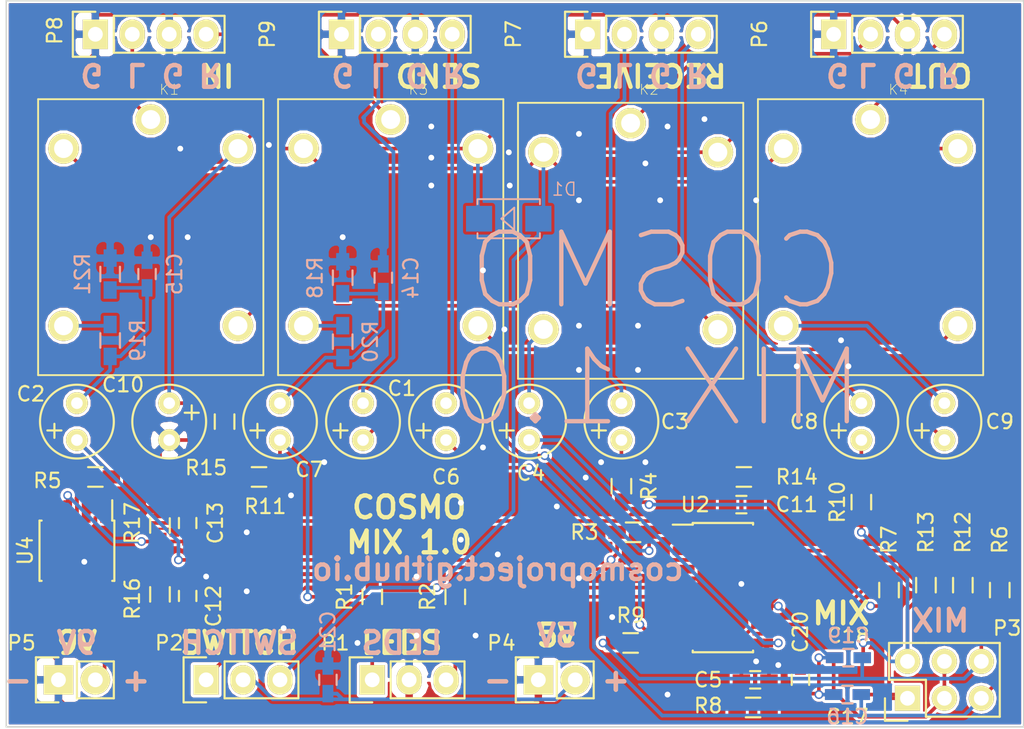
<source format=kicad_pcb>
(kicad_pcb (version 4) (host pcbnew "(2015-10-25 BZR 6279)-product")
  (layers (0 F.Cu signal) (31 B.Cu signal) (34 B.Paste user) (35 F.Paste user) (36 B.SilkS user) (37 F.SilkS user) (38 B.Mask user) (39 F.Mask user) (44 Edge.Cuts user))
  (net 0 "")
  (net 1 /send_left)
  (net 2 "Net-(C1-Pad1)")
  (net 3 "Net-(C2-Pad1)")
  (net 4 /receive_left)
  (net 5 "Net-(C3-Pad1)")
  (net 6 "Net-(C4-Pad2)")
  (net 7 "Net-(C4-Pad1)")
  (net 8 "Net-(C5-Pad1)")
  (net 9 /send_right)
  (net 10 "Net-(C6-Pad1)")
  (net 11 "Net-(C7-Pad1)")
  (net 12 /receive_right)
  (net 13 "Net-(C8-Pad1)")
  (net 14 "Net-(C9-Pad2)")
  (net 15 "Net-(C11-Pad2)")
  (net 16 -5V)
  (net 17 "Net-(C10-Pad1)")
  (net 18 "Net-(C11-Pad1)")
  (net 19 +5V)
  (net 20 "Net-(D1-Pad1)")
  (net 21 "Net-(K1-Pad5)")
  (net 22 /in_left)
  (net 23 /out_left)
  (net 24 "Net-(K3-Pad5)")
  (net 25 /in_right)
  (net 26 /out_right)
  (net 27 "Net-(P1-Pad1)")
  (net 28 "Net-(P1-Pad3)")
  (net 29 "Net-(P2-Pad1)")
  (net 30 VCC)
  (net 31 GND)
  (net 32 "Net-(U4-Pad6)")
  (net 33 "Net-(C15-Pad1)")
  (net 34 "Net-(C14-Pad1)")
  (net 35 "Net-(C16-Pad2)")
  (net 36 "Net-(C17-Pad1)")
  (net 37 "Net-(C18-Pad1)")
  (net 38 "Net-(C19-Pad2)")
  (net 39 "Net-(K1-Pad4)")
  (net 40 "Net-(K3-Pad4)")
  (net 41 "Net-(C13-Pad2)")
  (module Resistors_SMD:R_0603_HandSoldering (layer B.Cu) (at 152.146 88.392 90)
    (fp_text reference R19 (at 0 1.9 90) (layer B.SilkS) (effects (justify mirror)))
    (fp_text value 470)
    (pad 1 smd rect (at -1.1 0 90) (size 1.2 0.9) (layers B.Cu B.Paste B.Mask) (net 33 "Net-(C15-Pad1)"))
    (pad 2 smd rect (at 1.1 0 90) (size 1.2 0.9) (layers B.Cu B.Paste B.Mask) (net 39 "Net-(K1-Pad4)"))
  )
  (module RELAY-HLS8L-DC5V-S-C_5P-19X15MM_:REY5-19.0X15.0X15.0MM (layer F.Cu) (at 154.94 81.28 270)
    (fp_text reference K1 (at -10.16 -1.27 360) (layer F.SilkS) (effects (font (size 0.7 0.7) (thickness 0.05))))
    (fp_text value "RELAY-HLS8L-DC5V-S-C(5P-19X15MM)" hide)
    (pad 3 thru_hole circle (at -6.1 -6 270) (size 2.1 2.1) (drill 1.3) (layers *.Cu *.Mask F.SilkS) (net 17 "Net-(C10-Pad1)"))
    (pad 5 thru_hole circle (at 6.1 -6 270) (size 2.1 2.1) (drill 1.3) (layers *.Cu *.Mask F.SilkS) (net 21 "Net-(K1-Pad5)"))
    (pad 2 thru_hole circle (at -6.1 6 270) (size 2.1 2.1) (drill 1.3) (layers *.Cu *.Mask F.SilkS) (net 20 "Net-(D1-Pad1)"))
    (pad 4 thru_hole circle (at 6.1 6 270) (size 2.1 2.1) (drill 1.3) (layers *.Cu *.Mask F.SilkS) (net 39 "Net-(K1-Pad4)"))
    (pad 1 thru_hole circle (at -8.1 0 270) (size 2.1 2.1) (drill 1.3) (layers *.Cu *.Mask F.SilkS) (net 22 /in_left))
  )
  (module Capacitors_Elko_ThroughHole:Elko_vert_11x5mm_RM2.5_CopperClear (layer F.Cu) (at 169.545 95.25 90)
    (fp_text reference C1 (at 3.556 2.667 180) (layer F.SilkS))
    (fp_text value 100u)
    (pad 2 thru_hole circle (at 2.54 0 90) (size 1.50114 1.50114) (drill 0.8001) (layers *.Cu *.Mask F.SilkS) (net 1 /send_left))
    (pad 1 thru_hole circle (at 0 0 90) (size 1.50114 1.50114) (drill 0.8001) (layers *.Cu *.Mask F.SilkS) (net 2 "Net-(C1-Pad1)"))
  )
  (module Capacitors_Elko_ThroughHole:Elko_vert_11x5mm_RM2.5_CopperClear (layer F.Cu) (at 149.86 95.25 90)
    (fp_text reference C2 (at 3.175 -3.175 180) (layer F.SilkS))
    (fp_text value 100u)
    (pad 2 thru_hole circle (at 2.54 0 90) (size 1.50114 1.50114) (drill 0.8001) (layers *.Cu *.Mask F.SilkS) (net 33 "Net-(C15-Pad1)"))
    (pad 1 thru_hole circle (at 0 0 90) (size 1.50114 1.50114) (drill 0.8001) (layers *.Cu *.Mask F.SilkS) (net 3 "Net-(C2-Pad1)"))
  )
  (module Capacitors_Elko_ThroughHole:Elko_vert_11x5mm_RM2.5_CopperClear (layer F.Cu) (at 187.325 95.25 90)
    (fp_text reference C3 (at 1.27 3.683 180) (layer F.SilkS))
    (fp_text value 100u)
    (pad 2 thru_hole circle (at 2.54 0 90) (size 1.50114 1.50114) (drill 0.8001) (layers *.Cu *.Mask F.SilkS) (net 4 /receive_left))
    (pad 1 thru_hole circle (at 0 0 90) (size 1.50114 1.50114) (drill 0.8001) (layers *.Cu *.Mask F.SilkS) (net 5 "Net-(C3-Pad1)"))
  )
  (module Capacitors_Elko_ThroughHole:Elko_vert_11x5mm_RM2.5_CopperClear (layer F.Cu) (at 180.975 95.25 90)
    (fp_text reference C4 (at -2.286 0.127 180) (layer F.SilkS))
    (fp_text value 100u)
    (pad 2 thru_hole circle (at 2.54 0 90) (size 1.50114 1.50114) (drill 0.8001) (layers *.Cu *.Mask F.SilkS) (net 6 "Net-(C4-Pad2)"))
    (pad 1 thru_hole circle (at 0 0 90) (size 1.50114 1.50114) (drill 0.8001) (layers *.Cu *.Mask F.SilkS) (net 7 "Net-(C4-Pad1)"))
  )
  (module Capacitors_SMD:C_0603_HandSoldering (layer F.Cu) (at 196.53 111.76)
    (fp_text reference C5 (at -3.236 0 180) (layer F.SilkS))
    (fp_text value C)
    (pad 1 smd rect (at -0.95 0) (size 1.2 0.75) (layers F.Cu F.Paste F.Mask) (net 8 "Net-(C5-Pad1)"))
    (pad 2 smd rect (at 0.95 0) (size 1.2 0.75) (layers F.Cu F.Paste F.Mask) (net 7 "Net-(C4-Pad1)"))
  )
  (module Capacitors_Elko_ThroughHole:Elko_vert_11x5mm_RM2.5_CopperClear (layer F.Cu) (at 175.26 95.25 90)
    (fp_text reference C6 (at -2.54 0 180) (layer F.SilkS))
    (fp_text value 100u)
    (pad 2 thru_hole circle (at 2.54 0 90) (size 1.50114 1.50114) (drill 0.8001) (layers *.Cu *.Mask F.SilkS) (net 9 /send_right))
    (pad 1 thru_hole circle (at 0 0 90) (size 1.50114 1.50114) (drill 0.8001) (layers *.Cu *.Mask F.SilkS) (net 10 "Net-(C6-Pad1)"))
  )
  (module Capacitors_Elko_ThroughHole:Elko_vert_11x5mm_RM2.5_CopperClear (layer F.Cu) (at 163.83 95.25 90)
    (fp_text reference C7 (at -2.032 2.032 180) (layer F.SilkS))
    (fp_text value 100u)
    (pad 2 thru_hole circle (at 2.54 0 90) (size 1.50114 1.50114) (drill 0.8001) (layers *.Cu *.Mask F.SilkS) (net 34 "Net-(C14-Pad1)"))
    (pad 1 thru_hole circle (at 0 0 90) (size 1.50114 1.50114) (drill 0.8001) (layers *.Cu *.Mask F.SilkS) (net 11 "Net-(C7-Pad1)"))
  )
  (module Capacitors_Elko_ThroughHole:Elko_vert_11x5mm_RM2.5_CopperClear (layer F.Cu) (at 203.835 95.25 90)
    (fp_text reference C8 (at 1.27 -3.937 180) (layer F.SilkS))
    (fp_text value 100u)
    (pad 2 thru_hole circle (at 2.54 0 90) (size 1.50114 1.50114) (drill 0.8001) (layers *.Cu *.Mask F.SilkS) (net 12 /receive_right))
    (pad 1 thru_hole circle (at 0 0 90) (size 1.50114 1.50114) (drill 0.8001) (layers *.Cu *.Mask F.SilkS) (net 13 "Net-(C8-Pad1)"))
  )
  (module Capacitors_Elko_ThroughHole:Elko_vert_11x5mm_RM2.5_CopperClear (layer F.Cu) (at 209.55 95.25 90)
    (fp_text reference C9 (at 1.27 3.81 180) (layer F.SilkS))
    (fp_text value 100u)
    (pad 2 thru_hole circle (at 2.54 0 90) (size 1.50114 1.50114) (drill 0.8001) (layers *.Cu *.Mask F.SilkS) (net 14 "Net-(C9-Pad2)"))
    (pad 1 thru_hole circle (at 0 0 90) (size 1.50114 1.50114) (drill 0.8001) (layers *.Cu *.Mask F.SilkS) (net 15 "Net-(C11-Pad2)"))
  )
  (module Capacitors_Elko_ThroughHole:Elko_vert_11x5mm_RM2.5_CopperClear (layer F.Cu) (at 156.21 92.71 270)
    (fp_text reference C10 (at -1.27 3.175 360) (layer F.SilkS))
    (fp_text value DNM)
    (pad 2 thru_hole circle (at 2.54 0 270) (size 1.50114 1.50114) (drill 0.8001) (layers *.Cu *.Mask F.SilkS) (net 16 -5V))
    (pad 1 thru_hole circle (at 0 0 270) (size 1.50114 1.50114) (drill 0.8001) (layers *.Cu *.Mask F.SilkS) (net 17 "Net-(C10-Pad1)"))
  )
  (module Capacitors_SMD:C_0603_HandSoldering (layer F.Cu) (at 195.58 99.695)
    (fp_text reference C11 (at 3.81 0) (layer F.SilkS))
    (fp_text value C)
    (pad 1 smd rect (at -0.95 0) (size 1.2 0.75) (layers F.Cu F.Paste F.Mask) (net 18 "Net-(C11-Pad1)"))
    (pad 2 smd rect (at 0.95 0) (size 1.2 0.75) (layers F.Cu F.Paste F.Mask) (net 15 "Net-(C11-Pad2)"))
  )
  (module Capacitors_SMD:C_0603_HandSoldering (layer F.Cu) (at 157.48 105.984 90)
    (fp_text reference C12 (at -0.696 1.778 90) (layer F.SilkS))
    (fp_text value 100n)
    (pad 1 smd rect (at -0.95 0 90) (size 1.2 0.75) (layers F.Cu F.Paste F.Mask) (net 19 +5V))
    (pad 2 smd rect (at 0.95 0 90) (size 1.2 0.75) (layers F.Cu F.Paste F.Mask) (net 16 -5V))
  )
  (module Capacitors_SMD:C_0603_HandSoldering (layer F.Cu) (at 157.48 100.965 270)
    (fp_text reference C13 (at 0 -1.905 270) (layer F.SilkS))
    (fp_text value 100n)
    (pad 1 smd rect (at -0.95 0 270) (size 1.2 0.75) (layers F.Cu F.Paste F.Mask) (net 16 -5V))
    (pad 2 smd rect (at 0.95 0 270) (size 1.2 0.75) (layers F.Cu F.Paste F.Mask) (net 41 "Net-(C13-Pad2)"))
  )
  (module Seeed-OPL-Diode:DO-214AC (layer B.Cu) (at 179.57038 80.01 180)
    (fp_text reference D1 (at -3.81762 2.032 180) (layer B.SilkS) (effects (font (size 0.889 0.889) (thickness 0.09652)) (justify mirror)))
    (fp_text value D hide)
    (pad 1 smd rect (at -2.03962 0 90) (size 1.76784 1.79832) (layers B.Cu B.Paste B.Mask) (net 20 "Net-(D1-Pad1)"))
    (pad 2 smd rect (at 2.03962 0 90) (size 1.76784 1.79832) (layers B.Cu B.Paste B.Mask) (net 17 "Net-(C10-Pad1)"))
  )
  (module RELAY-HLS8L-DC5V-S-C_5P-19X15MM_:REY5-19.0X15.0X15.0MM (layer F.Cu) (at 187.96 81.53 270)
    (fp_text reference K2 (at -10.41 -1.27 360) (layer F.SilkS) (effects (font (size 0.7 0.7) (thickness 0.05))))
    (fp_text value "RELAY-HLS8L-DC5V-S-C(5P-19X15MM)" hide)
    (pad 3 thru_hole circle (at -6.1 -6 270) (size 2.1 2.1) (drill 1.3) (layers *.Cu *.Mask F.SilkS) (net 17 "Net-(C10-Pad1)"))
    (pad 5 thru_hole circle (at 6.1 -6 270) (size 2.1 2.1) (drill 1.3) (layers *.Cu *.Mask F.SilkS) (net 21 "Net-(K1-Pad5)"))
    (pad 2 thru_hole circle (at -6.1 6 270) (size 2.1 2.1) (drill 1.3) (layers *.Cu *.Mask F.SilkS) (net 20 "Net-(D1-Pad1)"))
    (pad 4 thru_hole circle (at 6.1 6 270) (size 2.1 2.1) (drill 1.3) (layers *.Cu *.Mask F.SilkS) (net 6 "Net-(C4-Pad2)"))
    (pad 1 thru_hole circle (at -8.1 0 270) (size 2.1 2.1) (drill 1.3) (layers *.Cu *.Mask F.SilkS) (net 23 /out_left))
  )
  (module RELAY-HLS8L-DC5V-S-C_5P-19X15MM_:REY5-19.0X15.0X15.0MM (layer F.Cu) (at 171.45 81.28 270)
    (fp_text reference K3 (at -10.16 -1.905 360) (layer F.SilkS) (effects (font (size 0.7 0.7) (thickness 0.05))))
    (fp_text value "RELAY-HLS8L-DC5V-S-C(5P-19X15MM)" hide)
    (pad 3 thru_hole circle (at -6.1 -6 270) (size 2.1 2.1) (drill 1.3) (layers *.Cu *.Mask F.SilkS) (net 17 "Net-(C10-Pad1)"))
    (pad 5 thru_hole circle (at 6.1 -6 270) (size 2.1 2.1) (drill 1.3) (layers *.Cu *.Mask F.SilkS) (net 24 "Net-(K3-Pad5)"))
    (pad 2 thru_hole circle (at -6.1 6 270) (size 2.1 2.1) (drill 1.3) (layers *.Cu *.Mask F.SilkS) (net 20 "Net-(D1-Pad1)"))
    (pad 4 thru_hole circle (at 6.1 6 270) (size 2.1 2.1) (drill 1.3) (layers *.Cu *.Mask F.SilkS) (net 40 "Net-(K3-Pad4)"))
    (pad 1 thru_hole circle (at -8.1 0 270) (size 2.1 2.1) (drill 1.3) (layers *.Cu *.Mask F.SilkS) (net 25 /in_right))
  )
  (module RELAY-HLS8L-DC5V-S-C_5P-19X15MM_:REY5-19.0X15.0X15.0MM (layer F.Cu) (at 204.47 81.28 270)
    (fp_text reference K4 (at -10.16 -1.905 360) (layer F.SilkS) (effects (font (size 0.7 0.7) (thickness 0.05))))
    (fp_text value "RELAY-HLS8L-DC5V-S-C(5P-19X15MM)" hide)
    (pad 3 thru_hole circle (at -6.1 -6 270) (size 2.1 2.1) (drill 1.3) (layers *.Cu *.Mask F.SilkS) (net 17 "Net-(C10-Pad1)"))
    (pad 5 thru_hole circle (at 6.1 -6 270) (size 2.1 2.1) (drill 1.3) (layers *.Cu *.Mask F.SilkS) (net 24 "Net-(K3-Pad5)"))
    (pad 2 thru_hole circle (at -6.1 6 270) (size 2.1 2.1) (drill 1.3) (layers *.Cu *.Mask F.SilkS) (net 20 "Net-(D1-Pad1)"))
    (pad 4 thru_hole circle (at 6.1 6 270) (size 2.1 2.1) (drill 1.3) (layers *.Cu *.Mask F.SilkS) (net 14 "Net-(C9-Pad2)"))
    (pad 1 thru_hole circle (at -8.1 0 270) (size 2.1 2.1) (drill 1.3) (layers *.Cu *.Mask F.SilkS) (net 26 /out_right))
  )
  (module Pin_Headers:Pin_Header_Straight_1x03 (layer F.Cu) (at 170.18 111.76 90)
    (fp_text reference P1 (at 2.54 -2.54 180) (layer F.SilkS))
    (fp_text value "STATUS LED")
    (pad 1 thru_hole rect (at 0 0 90) (size 2.032 1.7272) (drill 1.016) (layers *.Cu *.Mask F.SilkS) (net 27 "Net-(P1-Pad1)"))
    (pad 2 thru_hole oval (at 0 2.54 90) (size 2.032 1.7272) (drill 1.016) (layers *.Cu *.Mask F.SilkS) (net 16 -5V))
    (pad 3 thru_hole oval (at 0 5.08 90) (size 2.032 1.7272) (drill 1.016) (layers *.Cu *.Mask F.SilkS) (net 28 "Net-(P1-Pad3)"))
  )
  (module Pin_Headers:Pin_Header_Straight_1x03 (layer F.Cu) (at 158.75 111.76 90)
    (fp_text reference P2 (at 2.54 -2.54 180) (layer F.SilkS))
    (fp_text value SWITCH)
    (pad 1 thru_hole rect (at 0 0 90) (size 2.032 1.7272) (drill 1.016) (layers *.Cu *.Mask F.SilkS) (net 29 "Net-(P2-Pad1)"))
    (pad 2 thru_hole oval (at 0 2.54 90) (size 2.032 1.7272) (drill 1.016) (layers *.Cu *.Mask F.SilkS) (net 30 VCC))
    (pad 3 thru_hole oval (at 0 5.08 90) (size 2.032 1.7272) (drill 1.016) (layers *.Cu *.Mask F.SilkS) (net 20 "Net-(D1-Pad1)"))
  )
  (module Pin_Headers:Pin_Header_Straight_2x03 (layer F.Cu) (at 207.01 113.03 90)
    (fp_text reference P3 (at 4.826 6.858 180) (layer F.SilkS))
    (fp_text value DRYWET)
    (pad 1 thru_hole rect (at 0 0 90) (size 1.7272 1.7272) (drill 1.016) (layers *.Cu *.Mask F.SilkS) (net 36 "Net-(C17-Pad1)"))
    (pad 2 thru_hole oval (at 2.54 0 90) (size 1.7272 1.7272) (drill 1.016) (layers *.Cu *.Mask F.SilkS) (net 37 "Net-(C18-Pad1)"))
    (pad 3 thru_hole oval (at 0 2.54 90) (size 1.7272 1.7272) (drill 1.016) (layers *.Cu *.Mask F.SilkS) (net 31 GND))
    (pad 4 thru_hole oval (at 2.54 2.54 90) (size 1.7272 1.7272) (drill 1.016) (layers *.Cu *.Mask F.SilkS) (net 31 GND))
    (pad 5 thru_hole oval (at 0 5.08 90) (size 1.7272 1.7272) (drill 1.016) (layers *.Cu *.Mask F.SilkS) (net 35 "Net-(C16-Pad2)"))
    (pad 6 thru_hole oval (at 2.54 5.08 90) (size 1.7272 1.7272) (drill 1.016) (layers *.Cu *.Mask F.SilkS) (net 38 "Net-(C19-Pad2)"))
  )
  (module Pin_Headers:Pin_Header_Straight_1x02 (layer F.Cu) (at 181.61 111.76 90)
    (fp_text reference P4 (at 2.54 -2.54 180) (layer F.SilkS))
    (fp_text value 5V)
    (pad 1 thru_hole rect (at 0 0 90) (size 2.032 2.032) (drill 1.016) (layers *.Cu *.Mask F.SilkS) (net 16 -5V))
    (pad 2 thru_hole oval (at 0 2.54 90) (size 2.032 2.032) (drill 1.016) (layers *.Cu *.Mask F.SilkS) (net 30 VCC))
  )
  (module Pin_Headers:Pin_Header_Straight_1x02 (layer F.Cu) (at 148.59 111.76 90)
    (fp_text reference P5 (at 2.54 -2.54 180) (layer F.SilkS))
    (fp_text value 9V)
    (pad 1 thru_hole rect (at 0 0 90) (size 2.032 2.032) (drill 1.016) (layers *.Cu *.Mask F.SilkS) (net 16 -5V))
    (pad 2 thru_hole oval (at 0 2.54 90) (size 2.032 2.032) (drill 1.016) (layers *.Cu *.Mask F.SilkS) (net 19 +5V))
  )
  (module Pin_Headers:Pin_Header_Straight_1x04 (layer F.Cu) (at 201.929999 67.31 90)
    (fp_text reference P6 (at 0 -5.1 90) (layer F.SilkS))
    (fp_text value OUT)
    (pad 1 thru_hole rect (at 0 0 90) (size 2.032 1.7272) (drill 1.016) (layers *.Cu *.Mask F.SilkS) (net 16 -5V))
    (pad 2 thru_hole oval (at 0 2.54 90) (size 2.032 1.7272) (drill 1.016) (layers *.Cu *.Mask F.SilkS) (net 23 /out_left))
    (pad 3 thru_hole oval (at 0 5.08 90) (size 2.032 1.7272) (drill 1.016) (layers *.Cu *.Mask F.SilkS) (net 16 -5V))
    (pad 4 thru_hole oval (at 0 7.62 90) (size 2.032 1.7272) (drill 1.016) (layers *.Cu *.Mask F.SilkS) (net 26 /out_right))
  )
  (module Pin_Headers:Pin_Header_Straight_1x04 (layer F.Cu) (at 184.996666 67.31 90)
    (fp_text reference P7 (at 0 -5.1 90) (layer F.SilkS))
    (fp_text value RECEIVE)
    (pad 1 thru_hole rect (at 0 0 90) (size 2.032 1.7272) (drill 1.016) (layers *.Cu *.Mask F.SilkS) (net 16 -5V))
    (pad 2 thru_hole oval (at 0 2.54 90) (size 2.032 1.7272) (drill 1.016) (layers *.Cu *.Mask F.SilkS) (net 4 /receive_left))
    (pad 3 thru_hole oval (at 0 5.08 90) (size 2.032 1.7272) (drill 1.016) (layers *.Cu *.Mask F.SilkS) (net 16 -5V))
    (pad 4 thru_hole oval (at 0 7.62 90) (size 2.032 1.7272) (drill 1.016) (layers *.Cu *.Mask F.SilkS) (net 12 /receive_right))
  )
  (module Pin_Headers:Pin_Header_Straight_1x04 (layer F.Cu) (at 151.13 67.31 90)
    (fp_text reference P8 (at 0.254 -2.794 90) (layer F.SilkS))
    (fp_text value IN)
    (pad 1 thru_hole rect (at 0 0 90) (size 2.032 1.7272) (drill 1.016) (layers *.Cu *.Mask F.SilkS) (net 16 -5V))
    (pad 2 thru_hole oval (at 0 2.54 90) (size 2.032 1.7272) (drill 1.016) (layers *.Cu *.Mask F.SilkS) (net 22 /in_left))
    (pad 3 thru_hole oval (at 0 5.08 90) (size 2.032 1.7272) (drill 1.016) (layers *.Cu *.Mask F.SilkS) (net 16 -5V))
    (pad 4 thru_hole oval (at 0 7.62 90) (size 2.032 1.7272) (drill 1.016) (layers *.Cu *.Mask F.SilkS) (net 25 /in_right))
  )
  (module Pin_Headers:Pin_Header_Straight_1x04 (layer F.Cu) (at 168.063333 67.31 90)
    (fp_text reference P9 (at 0 -5.1 90) (layer F.SilkS))
    (fp_text value SEND)
    (pad 1 thru_hole rect (at 0 0 90) (size 2.032 1.7272) (drill 1.016) (layers *.Cu *.Mask F.SilkS) (net 16 -5V))
    (pad 2 thru_hole oval (at 0 2.54 90) (size 2.032 1.7272) (drill 1.016) (layers *.Cu *.Mask F.SilkS) (net 1 /send_left))
    (pad 3 thru_hole oval (at 0 5.08 90) (size 2.032 1.7272) (drill 1.016) (layers *.Cu *.Mask F.SilkS) (net 16 -5V))
    (pad 4 thru_hole oval (at 0 7.62 90) (size 2.032 1.7272) (drill 1.016) (layers *.Cu *.Mask F.SilkS) (net 9 /send_right))
  )
  (module Resistors_SMD:R_0603_HandSoldering (layer F.Cu) (at 170.18 106.045 90)
    (fp_text reference R1 (at 0 -1.9 90) (layer F.SilkS))
    (fp_text value 180)
    (pad 1 smd rect (at -1.1 0 90) (size 1.2 0.9) (layers F.Cu F.Paste F.Mask) (net 27 "Net-(P1-Pad1)"))
    (pad 2 smd rect (at 1.1 0 90) (size 1.2 0.9) (layers F.Cu F.Paste F.Mask) (net 29 "Net-(P2-Pad1)"))
  )
  (module Resistors_SMD:R_0603_HandSoldering (layer F.Cu) (at 175.895 106.045 90)
    (fp_text reference R2 (at 0 -1.9 90) (layer F.SilkS))
    (fp_text value 150)
    (pad 1 smd rect (at -1.1 0 90) (size 1.2 0.9) (layers F.Cu F.Paste F.Mask) (net 28 "Net-(P1-Pad3)"))
    (pad 2 smd rect (at 1.1 0 90) (size 1.2 0.9) (layers F.Cu F.Paste F.Mask) (net 20 "Net-(D1-Pad1)"))
  )
  (module Resistors_SMD:R_0603_HandSoldering (layer F.Cu) (at 188.13 101.6)
    (fp_text reference R3 (at -3.345 0) (layer F.SilkS))
    (fp_text value 47k)
    (pad 1 smd rect (at -1.1 0) (size 1.2 0.9) (layers F.Cu F.Paste F.Mask) (net 35 "Net-(C16-Pad2)"))
    (pad 2 smd rect (at 1.1 0) (size 1.2 0.9) (layers F.Cu F.Paste F.Mask) (net 2 "Net-(C1-Pad1)"))
  )
  (module Resistors_SMD:R_0603_HandSoldering (layer F.Cu) (at 187.325 98.425 270)
    (fp_text reference R4 (at 0 -1.9 270) (layer F.SilkS))
    (fp_text value 47k)
    (pad 1 smd rect (at -1.1 0 270) (size 1.2 0.9) (layers F.Cu F.Paste F.Mask) (net 5 "Net-(C3-Pad1)"))
    (pad 2 smd rect (at 1.1 0 270) (size 1.2 0.9) (layers F.Cu F.Paste F.Mask) (net 36 "Net-(C17-Pad1)"))
  )
  (module Resistors_SMD:R_0603_HandSoldering (layer F.Cu) (at 151.13 97.79 180)
    (fp_text reference R5 (at 3.302 -0.254 180) (layer F.SilkS))
    (fp_text value 1M)
    (pad 1 smd rect (at -1.1 0 180) (size 1.2 0.9) (layers F.Cu F.Paste F.Mask) (net 3 "Net-(C2-Pad1)"))
    (pad 2 smd rect (at 1.1 0 180) (size 1.2 0.9) (layers F.Cu F.Paste F.Mask) (net 31 GND))
  )
  (module Resistors_SMD:R_0603_HandSoldering (layer F.Cu) (at 213.36 105.58 270)
    (fp_text reference R6 (at -3.472 0 270) (layer F.SilkS))
    (fp_text value 47k)
    (pad 1 smd rect (at -1.1 0 270) (size 1.2 0.9) (layers F.Cu F.Paste F.Mask) (net 8 "Net-(C5-Pad1)"))
    (pad 2 smd rect (at 1.1 0 270) (size 1.2 0.9) (layers F.Cu F.Paste F.Mask) (net 35 "Net-(C16-Pad2)"))
  )
  (module Resistors_SMD:R_0603_HandSoldering (layer F.Cu) (at 205.74 105.58 270)
    (fp_text reference R7 (at -3.472 0 270) (layer F.SilkS))
    (fp_text value 47k)
    (pad 1 smd rect (at -1.1 0 270) (size 1.2 0.9) (layers F.Cu F.Paste F.Mask) (net 8 "Net-(C5-Pad1)"))
    (pad 2 smd rect (at 1.1 0 270) (size 1.2 0.9) (layers F.Cu F.Paste F.Mask) (net 36 "Net-(C17-Pad1)"))
  )
  (module Resistors_SMD:R_0603_HandSoldering (layer F.Cu) (at 196.385 113.665)
    (fp_text reference R8 (at -3.091 -0.127) (layer F.SilkS))
    (fp_text value 100k)
    (pad 1 smd rect (at -1.1 0) (size 1.2 0.9) (layers F.Cu F.Paste F.Mask) (net 8 "Net-(C5-Pad1)"))
    (pad 2 smd rect (at 1.1 0) (size 1.2 0.9) (layers F.Cu F.Paste F.Mask) (net 7 "Net-(C4-Pad1)"))
  )
  (module Resistors_SMD:R_0603_HandSoldering (layer F.Cu) (at 187.96 109.22)
    (fp_text reference R9 (at 0 -1.9) (layer F.SilkS))
    (fp_text value 47k)
    (pad 1 smd rect (at -1.1 0) (size 1.2 0.9) (layers F.Cu F.Paste F.Mask) (net 38 "Net-(C19-Pad2)"))
    (pad 2 smd rect (at 1.1 0) (size 1.2 0.9) (layers F.Cu F.Paste F.Mask) (net 10 "Net-(C6-Pad1)"))
  )
  (module Resistors_SMD:R_0603_HandSoldering (layer F.Cu) (at 203.835 99.525 270)
    (fp_text reference R10 (at 0 1.651 270) (layer F.SilkS))
    (fp_text value 47k)
    (pad 1 smd rect (at -1.1 0 270) (size 1.2 0.9) (layers F.Cu F.Paste F.Mask) (net 13 "Net-(C8-Pad1)"))
    (pad 2 smd rect (at 1.1 0 270) (size 1.2 0.9) (layers F.Cu F.Paste F.Mask) (net 37 "Net-(C18-Pad1)"))
  )
  (module Resistors_SMD:R_0603_HandSoldering (layer F.Cu) (at 162.39 97.79 180)
    (fp_text reference R11 (at -0.424 -2.032 180) (layer F.SilkS))
    (fp_text value 1M)
    (pad 1 smd rect (at -1.1 0 180) (size 1.2 0.9) (layers F.Cu F.Paste F.Mask) (net 11 "Net-(C7-Pad1)"))
    (pad 2 smd rect (at 1.1 0 180) (size 1.2 0.9) (layers F.Cu F.Paste F.Mask) (net 31 GND))
  )
  (module Resistors_SMD:R_0603_HandSoldering (layer F.Cu) (at 210.82 105.24 270)
    (fp_text reference R12 (at -3.64 0 270) (layer F.SilkS))
    (fp_text value 47k)
    (pad 1 smd rect (at -1.1 0 270) (size 1.2 0.9) (layers F.Cu F.Paste F.Mask) (net 18 "Net-(C11-Pad1)"))
    (pad 2 smd rect (at 1.1 0 270) (size 1.2 0.9) (layers F.Cu F.Paste F.Mask) (net 38 "Net-(C19-Pad2)"))
  )
  (module Resistors_SMD:R_0603_HandSoldering (layer F.Cu) (at 208.28 105.24 270)
    (fp_text reference R13 (at -3.64 0 450) (layer F.SilkS))
    (fp_text value 47k)
    (pad 1 smd rect (at -1.1 0 270) (size 1.2 0.9) (layers F.Cu F.Paste F.Mask) (net 18 "Net-(C11-Pad1)"))
    (pad 2 smd rect (at 1.1 0 270) (size 1.2 0.9) (layers F.Cu F.Paste F.Mask) (net 37 "Net-(C18-Pad1)"))
  )
  (module Resistors_SMD:R_0603_HandSoldering (layer F.Cu) (at 195.75 97.79)
    (fp_text reference R14 (at 3.64 0) (layer F.SilkS))
    (fp_text value 100k)
    (pad 1 smd rect (at -1.1 0) (size 1.2 0.9) (layers F.Cu F.Paste F.Mask) (net 18 "Net-(C11-Pad1)"))
    (pad 2 smd rect (at 1.1 0) (size 1.2 0.9) (layers F.Cu F.Paste F.Mask) (net 15 "Net-(C11-Pad2)"))
  )
  (module Resistors_SMD:R_0603_HandSoldering (layer F.Cu) (at 160.02 93.98 270)
    (fp_text reference R15 (at 3.175 1.27 360) (layer F.SilkS))
    (fp_text value 1)
    (pad 1 smd rect (at -1.1 0 270) (size 1.2 0.9) (layers F.Cu F.Paste F.Mask) (net 17 "Net-(C10-Pad1)"))
    (pad 2 smd rect (at 1.1 0 270) (size 1.2 0.9) (layers F.Cu F.Paste F.Mask) (net 16 -5V))
  )
  (module Resistors_SMD:R_0603_HandSoldering (layer F.Cu) (at 155.575 105.875 90)
    (fp_text reference R16 (at -0.297 -1.9 90) (layer F.SilkS))
    (fp_text value 47k)
    (pad 1 smd rect (at -1.1 0 90) (size 1.2 0.9) (layers F.Cu F.Paste F.Mask) (net 19 +5V))
    (pad 2 smd rect (at 1.1 0 90) (size 1.2 0.9) (layers F.Cu F.Paste F.Mask) (net 41 "Net-(C13-Pad2)"))
  )
  (module Resistors_SMD:R_0603_HandSoldering (layer F.Cu) (at 155.575 101.135 90)
    (fp_text reference R17 (at 0.17 -1.9 90) (layer F.SilkS))
    (fp_text value 47k)
    (pad 1 smd rect (at -1.1 0 90) (size 1.2 0.9) (layers F.Cu F.Paste F.Mask) (net 41 "Net-(C13-Pad2)"))
    (pad 2 smd rect (at 1.1 0 90) (size 1.2 0.9) (layers F.Cu F.Paste F.Mask) (net 16 -5V))
  )
  (module Housings_SOIC:SOIC-14_3.9x8.7mm_Pitch1.27mm (layer F.Cu) (at 194.31 105.41)
    (fp_text reference U2 (at -1.905 -5.715) (layer F.SilkS))
    (fp_text value TL074)
    (pad 1 smd rect (at -2.7 -3.81) (size 1.5 0.6) (layers F.Cu F.Paste F.Mask) (net 2 "Net-(C1-Pad1)"))
    (pad 2 smd rect (at -2.7 -2.54) (size 1.5 0.6) (layers F.Cu F.Paste F.Mask) (net 2 "Net-(C1-Pad1)"))
    (pad 3 smd rect (at -2.7 -1.27) (size 1.5 0.6) (layers F.Cu F.Paste F.Mask) (net 3 "Net-(C2-Pad1)"))
    (pad 4 smd rect (at -2.7 0) (size 1.5 0.6) (layers F.Cu F.Paste F.Mask) (net 19 +5V))
    (pad 5 smd rect (at -2.7 1.27) (size 1.5 0.6) (layers F.Cu F.Paste F.Mask) (net 11 "Net-(C7-Pad1)"))
    (pad 6 smd rect (at -2.7 2.54) (size 1.5 0.6) (layers F.Cu F.Paste F.Mask) (net 10 "Net-(C6-Pad1)"))
    (pad 7 smd rect (at -2.7 3.81) (size 1.5 0.6) (layers F.Cu F.Paste F.Mask) (net 10 "Net-(C6-Pad1)"))
    (pad 8 smd rect (at 2.7 3.81) (size 1.5 0.6) (layers F.Cu F.Paste F.Mask) (net 7 "Net-(C4-Pad1)"))
    (pad 9 smd rect (at 2.7 2.54) (size 1.5 0.6) (layers F.Cu F.Paste F.Mask) (net 8 "Net-(C5-Pad1)"))
    (pad 10 smd rect (at 2.7 1.27) (size 1.5 0.6) (layers F.Cu F.Paste F.Mask) (net 31 GND))
    (pad 11 smd rect (at 2.7 0) (size 1.5 0.6) (layers F.Cu F.Paste F.Mask) (net 16 -5V))
    (pad 12 smd rect (at 2.7 -1.27) (size 1.5 0.6) (layers F.Cu F.Paste F.Mask) (net 31 GND))
    (pad 13 smd rect (at 2.7 -2.54) (size 1.5 0.6) (layers F.Cu F.Paste F.Mask) (net 18 "Net-(C11-Pad1)"))
    (pad 14 smd rect (at 2.7 -3.81) (size 1.5 0.6) (layers F.Cu F.Paste F.Mask) (net 15 "Net-(C11-Pad2)"))
  )
  (module Housings_SOIC:SOIC-8_3.9x4.9mm_Pitch1.27mm (layer F.Cu) (at 149.86 102.87 270)
    (fp_text reference U4 (at 0 3.556 270) (layer F.SilkS))
    (fp_text value LM358)
    (pad 1 smd rect (at -2.7 -1.905 270) (size 1.55 0.6) (layers F.Cu F.Paste F.Mask) (net 31 GND))
    (pad 2 smd rect (at -2.7 -0.635 270) (size 1.55 0.6) (layers F.Cu F.Paste F.Mask) (net 31 GND))
    (pad 3 smd rect (at -2.7 0.635 270) (size 1.55 0.6) (layers F.Cu F.Paste F.Mask) (net 41 "Net-(C13-Pad2)"))
    (pad 4 smd rect (at -2.7 1.905 270) (size 1.55 0.6) (layers F.Cu F.Paste F.Mask) (net 16 -5V))
    (pad 5 smd rect (at 2.7 1.905 270) (size 1.55 0.6) (layers F.Cu F.Paste F.Mask) (net 31 GND))
    (pad 6 smd rect (at 2.7 0.635 270) (size 1.55 0.6) (layers F.Cu F.Paste F.Mask) (net 32 "Net-(U4-Pad6)"))
    (pad 7 smd rect (at 2.7 -0.635 270) (size 1.55 0.6) (layers F.Cu F.Paste F.Mask) (net 32 "Net-(U4-Pad6)"))
    (pad 8 smd rect (at 2.7 -1.905 270) (size 1.55 0.6) (layers F.Cu F.Paste F.Mask) (net 19 +5V))
  )
  (module Capacitors_SMD:C_0603_HandSoldering (layer B.Cu) (at 170.942 84.074 90)
    (fp_text reference C14 (at 0 1.9 90) (layer B.SilkS) (effects (justify mirror)))
    (fp_text value 10n)
    (pad 1 smd rect (at -0.95 0 90) (size 1.2 0.75) (layers B.Cu B.Paste B.Mask) (net 34 "Net-(C14-Pad1)"))
    (pad 2 smd rect (at 0.95 0 90) (size 1.2 0.75) (layers B.Cu B.Paste B.Mask) (net 16 -5V))
  )
  (module Capacitors_SMD:C_0603_HandSoldering (layer B.Cu) (at 154.686 83.82 90)
    (fp_text reference C15 (at 0 1.9 90) (layer B.SilkS) (effects (justify mirror)))
    (fp_text value 10n)
    (pad 1 smd rect (at -0.95 0 90) (size 1.2 0.75) (layers B.Cu B.Paste B.Mask) (net 33 "Net-(C15-Pad1)"))
    (pad 2 smd rect (at 0.95 0 90) (size 1.2 0.75) (layers B.Cu B.Paste B.Mask) (net 16 -5V))
  )
  (module Capacitors_SMD:C_0603_HandSoldering (layer B.Cu) (at 202.88 112.776)
    (fp_text reference C16 (at 0 1.524) (layer B.SilkS) (effects (justify mirror)))
    (fp_text value 100p)
    (pad 1 smd rect (at -0.95 0) (size 1.2 0.75) (layers B.Cu B.Paste B.Mask) (net 31 GND))
    (pad 2 smd rect (at 0.95 0) (size 1.2 0.75) (layers B.Cu B.Paste B.Mask) (net 35 "Net-(C16-Pad2)"))
  )
  (module Capacitors_SMD:C_0603_HandSoldering (layer F.Cu) (at 202.88 112.776 180)
    (fp_text reference C17 (at 0 -1.524 180) (layer F.SilkS))
    (fp_text value 100p)
    (pad 1 smd rect (at -0.95 0 180) (size 1.2 0.75) (layers F.Cu F.Paste F.Mask) (net 36 "Net-(C17-Pad1)"))
    (pad 2 smd rect (at 0.95 0 180) (size 1.2 0.75) (layers F.Cu F.Paste F.Mask) (net 31 GND))
  )
  (module Capacitors_SMD:C_0603_HandSoldering (layer F.Cu) (at 202.946 110.236 180)
    (fp_text reference C18 (at 0 1.524 180) (layer F.SilkS))
    (fp_text value 100p)
    (pad 1 smd rect (at -0.95 0 180) (size 1.2 0.75) (layers F.Cu F.Paste F.Mask) (net 37 "Net-(C18-Pad1)"))
    (pad 2 smd rect (at 0.95 0 180) (size 1.2 0.75) (layers F.Cu F.Paste F.Mask) (net 31 GND))
  )
  (module Capacitors_SMD:C_0603_HandSoldering (layer B.Cu) (at 202.946 110.236)
    (fp_text reference C19 (at 0 -1.524) (layer B.SilkS) (effects (justify mirror)))
    (fp_text value 100p)
    (pad 1 smd rect (at -0.95 0) (size 1.2 0.75) (layers B.Cu B.Paste B.Mask) (net 31 GND))
    (pad 2 smd rect (at 0.95 0) (size 1.2 0.75) (layers B.Cu B.Paste B.Mask) (net 38 "Net-(C19-Pad2)"))
  )
  (module Resistors_SMD:R_0603_HandSoldering (layer B.Cu) (at 168.148 84.074 270)
    (fp_text reference R18 (at 0 1.9 270) (layer B.SilkS) (effects (justify mirror)))
    (fp_text value 1M)
    (pad 1 smd rect (at -1.1 0 270) (size 1.2 0.9) (layers B.Cu B.Paste B.Mask) (net 16 -5V))
    (pad 2 smd rect (at 1.1 0 270) (size 1.2 0.9) (layers B.Cu B.Paste B.Mask) (net 34 "Net-(C14-Pad1)"))
  )
  (module Resistors_SMD:R_0603_HandSoldering (layer B.Cu) (at 168.148 88.476 90)
    (fp_text reference R20 (at 0 1.9 90) (layer B.SilkS) (effects (justify mirror)))
    (fp_text value 470)
    (pad 1 smd rect (at -1.1 0 90) (size 1.2 0.9) (layers B.Cu B.Paste B.Mask) (net 34 "Net-(C14-Pad1)"))
    (pad 2 smd rect (at 1.1 0 90) (size 1.2 0.9) (layers B.Cu B.Paste B.Mask) (net 40 "Net-(K3-Pad4)"))
  )
  (module Resistors_SMD:R_0603_HandSoldering (layer B.Cu) (at 152.146 83.82 270)
    (fp_text reference R21 (at 0 1.9 270) (layer B.SilkS) (effects (justify mirror)))
    (fp_text value 1M)
    (pad 1 smd rect (at -1.1 0 270) (size 1.2 0.9) (layers B.Cu B.Paste B.Mask) (net 16 -5V))
    (pad 2 smd rect (at 1.1 0 270) (size 1.2 0.9) (layers B.Cu B.Paste B.Mask) (net 33 "Net-(C15-Pad1)"))
  )
  (module Capacitors_SMD:C_0603_HandSoldering (layer F.Cu) (at 199.644 111.76 90)
    (fp_text reference C20 (at 3.302 0 90) (layer F.SilkS))
    (fp_text value 100n)
    (pad 1 smd rect (at -0.95 0 90) (size 1.2 0.75) (layers F.Cu F.Paste F.Mask) (net 31 GND))
    (pad 2 smd rect (at 0.95 0 90) (size 1.2 0.75) (layers F.Cu F.Paste F.Mask) (net 16 -5V))
  )
  (module Capacitors_SMD:C_0603_HandSoldering (layer B.Cu) (at 167.132 111.76 90)
    (fp_text reference C21 (at 3.302 0 90) (layer B.SilkS) (effects (justify mirror)))
    (fp_text value 100n)
    (pad 1 smd rect (at -0.95 0 90) (size 1.2 0.75) (layers B.Cu B.Paste B.Mask) (net 30 VCC))
    (pad 2 smd rect (at 0.95 0 90) (size 1.2 0.75) (layers B.Cu B.Paste B.Mask) (net 16 -5V))
  )
  (gr_text MIX (at 209.296 107.696) (layer B.SilkS) (effects (font (size 1.5 1.5) (thickness 0.3)) (justify mirror)))
  (gr_text SWITCH (at 161.036 109.22) (layer B.SilkS) (effects (font (size 1.5 1.5) (thickness 0.3)) (justify mirror)))
  (gr_text LEDS (at 172.212 109.22) (layer B.SilkS) (effects (font (size 1.5 1.5) (thickness 0.3)) (justify mirror)))
  (gr_text 5V (at 182.88 108.712) (layer B.SilkS) (effects (font (size 1.5 1.5) (thickness 0.3)) (justify mirror)))
  (gr_text 9V (at 149.86 109.22) (layer B.SilkS) (effects (font (size 1.5 1.5) (thickness 0.3)) (justify mirror)))
  (gr_text - (at 145.796 111.76) (layer B.SilkS) (effects (font (size 1.5 1.5) (thickness 0.3)) (justify mirror)))
  (gr_text - (at 178.816 111.76) (layer B.SilkS) (effects (font (size 1.5 1.5) (thickness 0.3)) (justify mirror)))
  (gr_text + (at 186.944 111.76) (layer B.SilkS) (effects (font (size 1.5 1.5) (thickness 0.3)) (justify mirror)))
  (gr_text + (at 153.924 111.76) (layer B.SilkS) (effects (font (size 1.5 1.5) (thickness 0.3)) (justify mirror)))
  (gr_text cosmoproject.github.io (at 178.816 104.14) (layer B.SilkS) (effects (font (size 1.5 1.5) (thickness 0.3)) (justify mirror)))
  (gr_text MIX (at 202.438 107.188) (layer F.SilkS) (effects (font (size 1.5 1.5) (thickness 0.3))))
  (gr_text SWITCH (at 161.036 109.22) (layer F.SilkS) (effects (font (size 1.5 1.5) (thickness 0.3))))
  (gr_text LEDS (at 172.212 109.22) (layer F.SilkS) (effects (font (size 1.5 1.5) (thickness 0.3))))
  (gr_text 5V (at 182.88 108.712) (layer F.SilkS) (effects (font (size 1.5 1.5) (thickness 0.3))))
  (gr_text + (at 186.944 111.76) (layer F.SilkS) (effects (font (size 1.5 1.5) (thickness 0.3))))
  (gr_text - (at 178.816 111.76) (layer F.SilkS) (effects (font (size 1.5 1.5) (thickness 0.3))))
  (gr_text 9V (at 149.86 109.22) (layer F.SilkS) (effects (font (size 1.5 1.5) (thickness 0.3))))
  (gr_text + (at 153.924 111.76) (layer F.SilkS) (effects (font (size 1.5 1.5) (thickness 0.3))))
  (gr_text - (at 145.796 111.76) (layer F.SilkS) (effects (font (size 1.5 1.5) (thickness 0.3))))
  (gr_text "COSMO\nMIX 1.0" (at 189.738 87.63) (layer B.SilkS) (effects (font (size 5 5) (thickness 0.3)) (justify mirror)))
  (gr_text "COSMO\nMIX 1.0" (at 172.72 101.092) (layer F.SilkS) (effects (font (size 1.5 1.5) (thickness 0.3))))
  (gr_text L (at 204.216 70.104 180) (layer B.SilkS) (effects (font (size 1.5 1.5) (thickness 0.3)) (justify mirror)))
  (gr_text L (at 187.452 70.104 180) (layer B.SilkS) (effects (font (size 1.5 1.5) (thickness 0.3)) (justify mirror)))
  (gr_text L (at 170.688 70.104 180) (layer B.SilkS) (effects (font (size 1.5 1.5) (thickness 0.3)) (justify mirror)))
  (gr_text L (at 153.924 70.104 180) (layer B.SilkS) (effects (font (size 1.5 1.5) (thickness 0.3)) (justify mirror)))
  (gr_text R (at 159.004 70.104 180) (layer B.SilkS) (effects (font (size 1.5 1.5) (thickness 0.3)) (justify mirror)))
  (gr_text R (at 175.768 70.104 180) (layer B.SilkS) (effects (font (size 1.5 1.5) (thickness 0.3)) (justify mirror)))
  (gr_text R (at 192.532 70.104 180) (layer B.SilkS) (effects (font (size 1.5 1.5) (thickness 0.3)) (justify mirror)))
  (gr_text R (at 209.804 70.104 180) (layer B.SilkS) (effects (font (size 1.5 1.5) (thickness 0.3)) (justify mirror)))
  (gr_text G (at 206.756 70.104 180) (layer B.SilkS) (effects (font (size 1.5 1.5) (thickness 0.3)) (justify mirror)))
  (gr_text G (at 202.184 70.104 180) (layer B.SilkS) (effects (font (size 1.5 1.5) (thickness 0.3)) (justify mirror)))
  (gr_text G (at 189.992 70.104 180) (layer B.SilkS) (effects (font (size 1.5 1.5) (thickness 0.3)) (justify mirror)))
  (gr_text G (at 184.912 70.104 180) (layer B.SilkS) (effects (font (size 1.5 1.5) (thickness 0.3)) (justify mirror)))
  (gr_text G (at 150.876 70.104 180) (layer B.SilkS) (effects (font (size 1.5 1.5) (thickness 0.3)) (justify mirror)))
  (gr_text G (at 156.464 70.104 180) (layer B.SilkS) (effects (font (size 1.5 1.5) (thickness 0.3)) (justify mirror)))
  (gr_text G (at 173.228 70.104 180) (layer B.SilkS) (effects (font (size 1.5 1.5) (thickness 0.3)) (justify mirror)))
  (gr_text G (at 168.148 70.104 180) (layer B.SilkS) (effects (font (size 1.5 1.5) (thickness 0.3)) (justify mirror)))
  (gr_text OUT (at 209.296 70.104 180) (layer F.SilkS) (effects (font (size 1.5 1.5) (thickness 0.3))))
  (gr_text RECEIVE (at 189.992 70.104 180) (layer F.SilkS) (effects (font (size 1.5 1.5) (thickness 0.3))))
  (gr_text "SEND\n" (at 174.752 70.104 180) (layer F.SilkS) (effects (font (size 1.5 1.5) (thickness 0.3))))
  (gr_text IN (at 159.512 70.104 180) (layer F.SilkS) (effects (font (size 1.5 1.5) (thickness 0.3))))
  (gr_line (start 215 65) (end 145 65) (layer Edge.Cuts) (width 0.1))
  (gr_line (start 215 115) (end 215 65) (layer Edge.Cuts) (width 0.1))
  (gr_line (start 145 115) (end 215 115) (layer Edge.Cuts) (width 0.1))
  (gr_line (start 145 65) (end 145 115) (layer Edge.Cuts) (width 0.1))
  (segment (start 170.603333 71.991665) (end 169.6209 72.974098) (width 0.25) (layer B.Cu) (net 1))
  (segment (start 169.6209 72.974098) (end 169.545 73.049998) (width 0.25) (layer B.Cu) (net 1))
  (segment (start 169.545 91.648534) (end 171.642001 89.551533) (width 0.25) (layer B.Cu) (net 1))
  (segment (start 171.642001 89.551533) (end 171.642001 75.407003) (width 0.25) (layer B.Cu) (net 1))
  (segment (start 171.642001 75.407003) (end 169.6209 73.385902) (width 0.25) (layer B.Cu) (net 1))
  (segment (start 169.6209 73.385902) (end 169.6209 72.974098) (width 0.25) (layer B.Cu) (net 1))
  (segment (start 170.603333 67.31) (end 170.603333 71.991665) (width 0.25) (layer B.Cu) (net 1))
  (segment (start 169.545 91.648534) (end 169.545 92.71) (width 0.25) (layer B.Cu) (net 1))
  (segment (start 182.050571 96.325571) (end 188.595 102.87) (width 0.25) (layer B.Cu) (net 2))
  (via (at 182.050571 96.325571) (size 0.6) (drill 0.4) (layers F.Cu B.Cu) (net 2))
  (segment (start 189.23 102.87) (end 189.23 101.6) (width 0.25) (layer F.Cu) (net 2))
  (segment (start 188.595 102.87) (end 189.23 102.87) (width 0.25) (layer B.Cu) (net 2))
  (via (at 189.23 102.87) (size 0.6) (drill 0.4) (layers F.Cu B.Cu) (net 2))
  (segment (start 169.545 95.25) (end 170.620571 94.174429) (width 0.25) (layer F.Cu) (net 2))
  (segment (start 170.620571 94.174429) (end 178.307583 94.174429) (width 0.25) (layer F.Cu) (net 2))
  (segment (start 178.307583 94.174429) (end 180.458725 96.325571) (width 0.25) (layer F.Cu) (net 2))
  (segment (start 180.458725 96.325571) (end 182.050571 96.325571) (width 0.25) (layer F.Cu) (net 2))
  (segment (start 191.61 101.6) (end 189.23 101.6) (width 0.25) (layer F.Cu) (net 2))
  (segment (start 191.61 102.87) (end 191.61 101.6) (width 0.25) (layer F.Cu) (net 2))
  (segment (start 156.845 103.505) (end 156.845 102.235) (width 0.25) (layer B.Cu) (net 3))
  (segment (start 156.845 102.235) (end 149.86 95.25) (width 0.25) (layer B.Cu) (net 3))
  (segment (start 191.61 104.14) (end 177.361412 104.14) (width 0.25) (layer F.Cu) (net 3))
  (segment (start 177.361412 104.14) (end 176.726412 103.505) (width 0.25) (layer F.Cu) (net 3))
  (segment (start 176.726412 103.505) (end 156.845 103.505) (width 0.25) (layer F.Cu) (net 3))
  (via (at 156.845 103.505) (size 0.6) (drill 0.4) (layers F.Cu B.Cu) (net 3))
  (segment (start 149.86 95.25) (end 152.23 97.62) (width 0.25) (layer F.Cu) (net 3))
  (segment (start 152.23 97.62) (end 152.23 97.79) (width 0.25) (layer F.Cu) (net 3))
  (segment (start 187.536666 67.31) (end 187.536666 71.818332) (width 0.25) (layer B.Cu) (net 4))
  (segment (start 187.536666 71.818332) (end 186.584999 72.769999) (width 0.25) (layer B.Cu) (net 4))
  (segment (start 186.584999 72.769999) (end 186.584999 90.908533) (width 0.25) (layer B.Cu) (net 4))
  (segment (start 186.584999 90.908533) (end 187.325 91.648534) (width 0.25) (layer B.Cu) (net 4))
  (segment (start 187.325 91.648534) (end 187.325 92.71) (width 0.25) (layer B.Cu) (net 4))
  (segment (start 187.325 95.25) (end 187.325 97.325) (width 0.25) (layer F.Cu) (net 5))
  (segment (start 180.975 92.71) (end 180.975 88.615) (width 0.25) (layer B.Cu) (net 6))
  (segment (start 180.975 88.615) (end 181.96 87.63) (width 0.25) (layer B.Cu) (net 6))
  (segment (start 198.12 109.22) (end 197.141412 109.22) (width 0.25) (layer B.Cu) (net 7))
  (segment (start 197.141412 109.22) (end 183.171412 95.25) (width 0.25) (layer B.Cu) (net 7))
  (segment (start 183.171412 95.25) (end 182.036466 95.25) (width 0.25) (layer B.Cu) (net 7))
  (segment (start 182.036466 95.25) (end 180.975 95.25) (width 0.25) (layer B.Cu) (net 7))
  (segment (start 197.01 109.22) (end 198.12 109.22) (width 0.25) (layer F.Cu) (net 7))
  (via (at 198.12 109.22) (size 0.6) (drill 0.4) (layers F.Cu B.Cu) (net 7))
  (segment (start 197.48 111.76) (end 197.48 109.69) (width 0.25) (layer F.Cu) (net 7))
  (segment (start 197.48 109.69) (end 197.01 109.22) (width 0.25) (layer F.Cu) (net 7))
  (segment (start 197.485 113.665) (end 197.485 111.765) (width 0.25) (layer F.Cu) (net 7))
  (segment (start 197.485 111.765) (end 197.48 111.76) (width 0.25) (layer F.Cu) (net 7))
  (segment (start 195.285 113.665) (end 195.285 112.055) (width 0.25) (layer F.Cu) (net 8))
  (segment (start 195.285 112.055) (end 195.58 111.76) (width 0.25) (layer F.Cu) (net 8))
  (segment (start 197.01 107.95) (end 196.56 107.95) (width 0.25) (layer F.Cu) (net 8))
  (segment (start 196.56 107.95) (end 195.58 108.93) (width 0.25) (layer F.Cu) (net 8))
  (segment (start 195.58 108.93) (end 195.58 111.135) (width 0.25) (layer F.Cu) (net 8))
  (segment (start 195.58 111.135) (end 195.58 111.76) (width 0.25) (layer F.Cu) (net 8))
  (segment (start 205.74 104.48) (end 205.04 104.48) (width 0.25) (layer F.Cu) (net 8))
  (segment (start 205.04 104.48) (end 201.57 107.95) (width 0.25) (layer F.Cu) (net 8))
  (segment (start 201.57 107.95) (end 198.01 107.95) (width 0.25) (layer F.Cu) (net 8))
  (segment (start 198.01 107.95) (end 197.01 107.95) (width 0.25) (layer F.Cu) (net 8))
  (segment (start 205.74 104.48) (end 206.44 104.48) (width 0.25) (layer F.Cu) (net 8))
  (segment (start 206.44 104.48) (end 207.29 105.33) (width 0.25) (layer F.Cu) (net 8))
  (segment (start 207.29 105.33) (end 211.81 105.33) (width 0.25) (layer F.Cu) (net 8))
  (segment (start 211.81 105.33) (end 212.66 104.48) (width 0.25) (layer F.Cu) (net 8))
  (segment (start 212.66 104.48) (end 213.36 104.48) (width 0.25) (layer F.Cu) (net 8))
  (segment (start 175.683333 67.31) (end 175.683333 92.286667) (width 0.25) (layer B.Cu) (net 9))
  (segment (start 175.683333 92.286667) (end 175.26 92.71) (width 0.25) (layer B.Cu) (net 9))
  (segment (start 180.975 97.155) (end 177.165 97.155) (width 0.25) (layer F.Cu) (net 10))
  (segment (start 177.165 97.155) (end 175.26 95.25) (width 0.25) (layer F.Cu) (net 10))
  (segment (start 188.595 107.95) (end 188.595 104.55259) (width 0.25) (layer B.Cu) (net 10))
  (segment (start 188.595 104.55259) (end 181.19741 97.155) (width 0.25) (layer B.Cu) (net 10))
  (segment (start 181.19741 97.155) (end 180.975 97.155) (width 0.25) (layer B.Cu) (net 10))
  (via (at 180.975 97.155) (size 0.6) (drill 0.4) (layers F.Cu B.Cu) (net 10))
  (segment (start 189.06 109.22) (end 189.06 108.415) (width 0.25) (layer F.Cu) (net 10))
  (segment (start 189.06 108.415) (end 188.595 107.95) (width 0.25) (layer F.Cu) (net 10))
  (via (at 188.595 107.95) (size 0.6) (drill 0.4) (layers F.Cu B.Cu) (net 10))
  (segment (start 191.61 107.95) (end 191.61 109.22) (width 0.25) (layer F.Cu) (net 10))
  (segment (start 191.61 109.22) (end 189.06 109.22) (width 0.25) (layer F.Cu) (net 10))
  (segment (start 165.735 106.045) (end 165.735 97.155) (width 0.25) (layer B.Cu) (net 11))
  (segment (start 165.735 97.155) (end 163.83 95.25) (width 0.25) (layer B.Cu) (net 11))
  (segment (start 191.61 106.68) (end 190.61 106.68) (width 0.25) (layer F.Cu) (net 11))
  (segment (start 190.61 106.68) (end 189.975 106.045) (width 0.25) (layer F.Cu) (net 11))
  (segment (start 189.975 106.045) (end 165.735 106.045) (width 0.25) (layer F.Cu) (net 11))
  (via (at 165.735 106.045) (size 0.6) (drill 0.4) (layers F.Cu B.Cu) (net 11))
  (segment (start 163.83 95.25) (end 163.83 97.45) (width 0.25) (layer F.Cu) (net 11))
  (segment (start 163.83 97.45) (end 163.49 97.79) (width 0.25) (layer F.Cu) (net 11))
  (segment (start 203.835 92.71) (end 200.130001 89.005001) (width 0.25) (layer B.Cu) (net 12))
  (segment (start 200.130001 89.005001) (end 198.059999 89.005001) (width 0.25) (layer B.Cu) (net 12))
  (segment (start 198.059999 89.005001) (end 191.503066 82.448068) (width 0.25) (layer B.Cu) (net 12))
  (segment (start 191.503066 82.448068) (end 191.503066 68.576) (width 0.25) (layer B.Cu) (net 12))
  (segment (start 191.503066 68.576) (end 192.616666 67.4624) (width 0.25) (layer B.Cu) (net 12))
  (segment (start 192.616666 67.4624) (end 192.616666 67.31) (width 0.25) (layer B.Cu) (net 12))
  (segment (start 203.835 95.25) (end 203.835 98.425) (width 0.25) (layer F.Cu) (net 13))
  (segment (start 198.47 87.38) (end 204.22 87.38) (width 0.25) (layer B.Cu) (net 14))
  (segment (start 204.22 87.38) (end 209.55 92.71) (width 0.25) (layer B.Cu) (net 14))
  (segment (start 196.85 97.79) (end 196.85 97.09) (width 0.25) (layer F.Cu) (net 15))
  (segment (start 208.799431 94.499431) (end 209.55 95.25) (width 0.25) (layer F.Cu) (net 15))
  (segment (start 196.85 97.09) (end 199.765571 94.174429) (width 0.25) (layer F.Cu) (net 15))
  (segment (start 199.765571 94.174429) (end 208.474429 94.174429) (width 0.25) (layer F.Cu) (net 15))
  (segment (start 208.474429 94.174429) (end 208.799431 94.499431) (width 0.25) (layer F.Cu) (net 15))
  (segment (start 196.53 99.695) (end 196.53 98.11) (width 0.25) (layer F.Cu) (net 15))
  (segment (start 196.53 98.11) (end 196.85 97.79) (width 0.25) (layer F.Cu) (net 15))
  (segment (start 197.01 101.6) (end 197.01 100.175) (width 0.25) (layer F.Cu) (net 15))
  (segment (start 197.01 100.175) (end 196.53 99.695) (width 0.25) (layer F.Cu) (net 15))
  (segment (start 167.64 109.22) (end 169.164 109.22) (width 0.25) (layer B.Cu) (net 16))
  (segment (start 167.132 109.728) (end 167.64 109.22) (width 0.25) (layer B.Cu) (net 16))
  (segment (start 167.132 110.81) (end 167.132 109.728) (width 0.25) (layer B.Cu) (net 16))
  (segment (start 164.592 99.06) (end 166.878 96.774) (width 0.25) (layer F.Cu) (net 16))
  (via (at 166.878 96.774) (size 0.6) (drill 0.4) (layers F.Cu B.Cu) (net 16))
  (segment (start 173.000283 108.939717) (end 173.228 108.712) (width 0.25) (layer B.Cu) (net 16))
  (segment (start 170.3324 109.22) (end 172.72 109.22) (width 0.25) (layer B.Cu) (net 16))
  (segment (start 172.72 109.22) (end 173.000283 108.939717) (width 0.25) (layer B.Cu) (net 16))
  (segment (start 167.3184 110.35999) (end 166.98002 110.35999) (width 0.25) (layer B.Cu) (net 16))
  (segment (start 185.52586 108.60614) (end 186.69 107.442) (width 0.25) (layer F.Cu) (net 16))
  (segment (start 177.292 108.712) (end 185.42 108.712) (width 0.25) (layer F.Cu) (net 16))
  (segment (start 185.42 108.712) (end 185.52586 108.60614) (width 0.25) (layer F.Cu) (net 16))
  (segment (start 170.942 83.124) (end 168.298 83.124) (width 0.25) (layer B.Cu) (net 16))
  (segment (start 168.298 83.124) (end 168.148 82.974) (width 0.25) (layer B.Cu) (net 16))
  (segment (start 168.552 83.378) (end 168.148 82.974) (width 0.25) (layer B.Cu) (net 16))
  (segment (start 168.148 82.974) (end 168.148 81.28) (width 0.25) (layer B.Cu) (net 16))
  (segment (start 154.686 82.87) (end 154.686 81.534) (width 0.25) (layer B.Cu) (net 16))
  (segment (start 154.686 81.534) (end 154.94 81.28) (width 0.25) (layer B.Cu) (net 16))
  (segment (start 152.146 82.72) (end 154.536 82.72) (width 0.25) (layer B.Cu) (net 16))
  (segment (start 154.536 82.72) (end 154.686 82.87) (width 0.25) (layer B.Cu) (net 16))
  (segment (start 198.12 110.744) (end 196.85 110.744) (width 0.25) (layer B.Cu) (net 16))
  (segment (start 196.85 110.744) (end 196.596 110.49) (width 0.25) (layer B.Cu) (net 16))
  (segment (start 199.644 110.81) (end 198.186 110.81) (width 0.25) (layer F.Cu) (net 16))
  (segment (start 198.186 110.81) (end 198.12 110.744) (width 0.25) (layer F.Cu) (net 16))
  (via (at 198.12 110.744) (size 0.6) (drill 0.4) (layers F.Cu B.Cu) (net 16))
  (segment (start 158.75 104.648) (end 157.866 104.648) (width 0.25) (layer F.Cu) (net 16))
  (segment (start 157.866 104.648) (end 157.48 105.034) (width 0.25) (layer F.Cu) (net 16))
  (segment (start 161.544 105.664) (end 159.766 105.664) (width 0.25) (layer B.Cu) (net 16))
  (segment (start 159.766 105.664) (end 158.75 104.648) (width 0.25) (layer B.Cu) (net 16))
  (via (at 158.75 104.648) (size 0.6) (drill 0.4) (layers F.Cu B.Cu) (net 16))
  (segment (start 176.276 102.108) (end 175.768 102.108) (width 0.25) (layer B.Cu) (net 16))
  (segment (start 175.768 102.108) (end 173.228 104.648) (width 0.25) (layer B.Cu) (net 16))
  (via (at 173.228 104.648) (size 0.6) (drill 0.4) (layers F.Cu B.Cu) (net 16))
  (segment (start 156.972 75.184) (end 158.351001 73.804999) (width 0.25) (layer B.Cu) (net 16))
  (via (at 163.068 74.93) (size 0.6) (drill 0.4) (layers F.Cu B.Cu) (net 16))
  (segment (start 158.351001 73.804999) (end 161.942999 73.804999) (width 0.25) (layer B.Cu) (net 16))
  (segment (start 161.942999 73.804999) (end 163.068 74.93) (width 0.25) (layer B.Cu) (net 16))
  (segment (start 177.8 83.566) (end 179.274419 85.040419) (width 0.25) (layer B.Cu) (net 16))
  (segment (start 179.274419 85.040419) (end 179.274419 87.63) (width 0.25) (layer B.Cu) (net 16))
  (via (at 179.274419 87.63) (size 0.6) (drill 0.4) (layers F.Cu B.Cu) (net 16))
  (segment (start 176.276 99.568) (end 176.276 97.282) (width 0.25) (layer B.Cu) (net 16))
  (segment (start 176.276 97.282) (end 177.8 95.758) (width 0.25) (layer B.Cu) (net 16))
  (via (at 177.8 95.758) (size 0.6) (drill 0.4) (layers F.Cu B.Cu) (net 16))
  (segment (start 179.641954 77.724) (end 179.641954 75.501954) (width 0.25) (layer B.Cu) (net 16))
  (segment (start 179.641954 75.501954) (end 179.578 75.438) (width 0.25) (layer B.Cu) (net 16))
  (via (at 179.578 75.438) (size 0.6) (drill 0.4) (layers F.Cu B.Cu) (net 16))
  (segment (start 179.641954 77.724) (end 183.388 77.724) (width 0.25) (layer F.Cu) (net 16))
  (segment (start 174.244 77.724) (end 179.641954 77.724) (width 0.25) (layer F.Cu) (net 16))
  (via (at 179.641954 77.724) (size 0.6) (drill 0.4) (layers F.Cu B.Cu) (net 16))
  (segment (start 174.244 77.724) (end 174.244 75.805361) (width 0.25) (layer B.Cu) (net 16))
  (segment (start 174.244 73.66) (end 174.244 75.805361) (width 0.25) (layer B.Cu) (net 16))
  (via (at 174.244 75.805361) (size 0.6) (drill 0.4) (layers F.Cu B.Cu) (net 16))
  (segment (start 190.5 112.776) (end 192.164001 114.440001) (width 0.25) (layer F.Cu) (net 16))
  (segment (start 192.164001 114.440001) (end 196.145001 114.440001) (width 0.25) (layer F.Cu) (net 16))
  (segment (start 196.145001 114.440001) (end 196.505001 114.080001) (width 0.25) (layer F.Cu) (net 16))
  (segment (start 196.505001 114.080001) (end 196.505001 110.580999) (width 0.25) (layer F.Cu) (net 16))
  (segment (start 196.505001 110.580999) (end 196.596 110.49) (width 0.25) (layer F.Cu) (net 16))
  (via (at 196.596 110.49) (size 0.6) (drill 0.4) (layers F.Cu B.Cu) (net 16))
  (segment (start 185.928 96.774) (end 188.976 96.774) (width 0.25) (layer B.Cu) (net 16))
  (via (at 188.976 96.774) (size 0.6) (drill 0.4) (layers F.Cu B.Cu) (net 16))
  (segment (start 184.869757 97.832243) (end 185.928 96.774) (width 0.25) (layer F.Cu) (net 16))
  (via (at 185.928 96.774) (size 0.6) (drill 0.4) (layers F.Cu B.Cu) (net 16))
  (segment (start 182.88 99.822) (end 184.869757 97.832243) (width 0.25) (layer F.Cu) (net 16))
  (via (at 184.869757 97.832243) (size 0.6) (drill 0.4) (layers F.Cu B.Cu) (net 16))
  (segment (start 178.816 103.124) (end 179.578 103.124) (width 0.25) (layer B.Cu) (net 16))
  (segment (start 179.578 103.124) (end 182.88 99.822) (width 0.25) (layer B.Cu) (net 16))
  (via (at 182.88 99.822) (size 0.6) (drill 0.4) (layers F.Cu B.Cu) (net 16))
  (segment (start 202.946 90.17) (end 199.39 90.17) (width 0.25) (layer F.Cu) (net 16))
  (via (at 199.39 90.17) (size 0.6) (drill 0.4) (layers F.Cu B.Cu) (net 16))
  (segment (start 202.438 88.379991) (end 202.438 89.662) (width 0.25) (layer B.Cu) (net 16))
  (segment (start 202.438 89.662) (end 202.946 90.17) (width 0.25) (layer B.Cu) (net 16))
  (via (at 202.946 90.17) (size 0.6) (drill 0.4) (layers F.Cu B.Cu) (net 16))
  (segment (start 196.596 78.74) (end 196.596 82.537991) (width 0.25) (layer F.Cu) (net 16))
  (segment (start 196.596 82.537991) (end 202.438 88.379991) (width 0.25) (layer F.Cu) (net 16))
  (via (at 202.438 88.379991) (size 0.6) (drill 0.4) (layers F.Cu B.Cu) (net 16))
  (segment (start 189.992 78.74) (end 196.596 78.74) (width 0.25) (layer F.Cu) (net 16))
  (via (at 196.596 78.74) (size 0.6) (drill 0.4) (layers F.Cu B.Cu) (net 16))
  (segment (start 168.148 81.28) (end 175.514 81.28) (width 0.25) (layer F.Cu) (net 16))
  (segment (start 175.514 81.28) (end 177.8 83.566) (width 0.25) (layer F.Cu) (net 16))
  (via (at 177.8 83.566) (size 0.6) (drill 0.4) (layers F.Cu B.Cu) (net 16))
  (via (at 186.69 107.442) (size 0.6) (drill 0.4) (layers F.Cu B.Cu) (net 16))
  (segment (start 173.228 108.712) (end 177.292 108.712) (width 0.25) (layer B.Cu) (net 16))
  (via (at 177.292 108.712) (size 0.6) (drill 0.4) (layers F.Cu B.Cu) (net 16))
  (segment (start 172.72 111.76) (end 172.72 109.22) (width 0.25) (layer B.Cu) (net 16))
  (via (at 173.228 108.712) (size 0.6) (drill 0.4) (layers F.Cu B.Cu) (net 16))
  (segment (start 169.164 109.22) (end 170.3324 109.22) (width 0.25) (layer B.Cu) (net 16))
  (segment (start 172.72 111.6076) (end 172.72 111.76) (width 0.25) (layer B.Cu) (net 16))
  (segment (start 164.084 108.204) (end 168.148 108.204) (width 0.25) (layer F.Cu) (net 16))
  (via (at 169.164 109.22) (size 0.6) (drill 0.4) (layers F.Cu B.Cu) (net 16))
  (segment (start 168.148 108.204) (end 169.164 109.22) (width 0.25) (layer F.Cu) (net 16))
  (segment (start 161.544 105.664) (end 164.084 108.204) (width 0.25) (layer B.Cu) (net 16))
  (via (at 164.084 108.204) (size 0.6) (drill 0.4) (layers F.Cu B.Cu) (net 16))
  (segment (start 189.992 78.74) (end 189.992 77.216) (width 0.25) (layer B.Cu) (net 16))
  (via (at 188.976 76.2) (size 0.6) (drill 0.4) (layers F.Cu B.Cu) (net 16))
  (segment (start 189.992 77.216) (end 188.976 76.2) (width 0.25) (layer B.Cu) (net 16))
  (segment (start 161.544 101.6) (end 162.052 101.6) (width 0.25) (layer B.Cu) (net 16))
  (segment (start 162.052 101.6) (end 164.592 99.06) (width 0.25) (layer B.Cu) (net 16))
  (via (at 164.592 99.06) (size 0.6) (drill 0.4) (layers F.Cu B.Cu) (net 16))
  (segment (start 148.59 111.76) (end 148.59 105.41) (width 0.25) (layer B.Cu) (net 16))
  (segment (start 148.59 105.41) (end 150.368 103.632) (width 0.25) (layer B.Cu) (net 16))
  (via (at 150.368 103.632) (size 0.6) (drill 0.4) (layers F.Cu B.Cu) (net 16))
  (segment (start 161.544 105.664) (end 161.544 101.6) (width 0.25) (layer B.Cu) (net 16))
  (via (at 161.544 101.6) (size 0.6) (drill 0.4) (layers F.Cu B.Cu) (net 16))
  (segment (start 155.448 112.597398) (end 155.448 111.76) (width 0.25) (layer F.Cu) (net 16))
  (segment (start 155.448 111.76) (end 161.544 105.664) (width 0.25) (layer F.Cu) (net 16))
  (via (at 161.544 105.664) (size 0.6) (drill 0.4) (layers F.Cu B.Cu) (net 16))
  (segment (start 155.410028 113.665) (end 149.229 113.665) (width 0.25) (layer F.Cu) (net 16))
  (segment (start 173.491676 113.665) (end 155.410028 113.665) (width 0.25) (layer F.Cu) (net 16))
  (segment (start 155.410028 113.665) (end 155.410028 112.63537) (width 0.25) (layer F.Cu) (net 16))
  (segment (start 155.410028 112.63537) (end 155.448 112.597398) (width 0.25) (layer F.Cu) (net 16))
  (segment (start 176.276 102.108) (end 176.276 99.568) (width 0.25) (layer B.Cu) (net 16))
  (via (at 176.276 99.568) (size 0.6) (drill 0.4) (layers F.Cu B.Cu) (net 16))
  (segment (start 178.816 103.124) (end 177.8 102.108) (width 0.25) (layer F.Cu) (net 16))
  (segment (start 177.8 102.108) (end 176.276 102.108) (width 0.25) (layer F.Cu) (net 16))
  (via (at 176.276 102.108) (size 0.6) (drill 0.4) (layers F.Cu B.Cu) (net 16))
  (segment (start 184.404 104.76501) (end 180.45701 104.76501) (width 0.25) (layer B.Cu) (net 16))
  (segment (start 180.45701 104.76501) (end 178.816 103.124) (width 0.25) (layer B.Cu) (net 16))
  (via (at 178.816 103.124) (size 0.6) (drill 0.4) (layers F.Cu B.Cu) (net 16))
  (segment (start 195.58 105.156) (end 195.208999 104.784999) (width 0.25) (layer F.Cu) (net 16))
  (segment (start 195.208999 104.784999) (end 184.423989 104.784999) (width 0.25) (layer F.Cu) (net 16))
  (segment (start 184.423989 104.784999) (end 184.404 104.76501) (width 0.25) (layer F.Cu) (net 16))
  (via (at 184.404 104.76501) (size 0.6) (drill 0.4) (layers F.Cu B.Cu) (net 16))
  (segment (start 197.01 105.41) (end 195.834 105.41) (width 0.25) (layer F.Cu) (net 16))
  (segment (start 195.834 105.41) (end 195.58 105.156) (width 0.25) (layer F.Cu) (net 16))
  (via (at 195.58 105.156) (size 0.6) (drill 0.4) (layers F.Cu B.Cu) (net 16))
  (segment (start 189.86211 112.602892) (end 188.800002 113.665) (width 0.25) (layer F.Cu) (net 16))
  (segment (start 192.685001 109.780001) (end 189.86211 112.602892) (width 0.25) (layer F.Cu) (net 16))
  (segment (start 189.86211 112.602892) (end 190.326892 112.602892) (width 0.25) (layer F.Cu) (net 16))
  (segment (start 190.326892 112.602892) (end 190.5 112.776) (width 0.25) (layer F.Cu) (net 16))
  (via (at 190.5 112.776) (size 0.6) (drill 0.4) (layers F.Cu B.Cu) (net 16))
  (segment (start 188.800002 113.665) (end 188.351461 113.665) (width 0.25) (layer F.Cu) (net 16))
  (segment (start 188.351461 113.665) (end 173.491676 113.665) (width 0.25) (layer F.Cu) (net 16))
  (segment (start 181.61 111.76) (end 181.61 113.026) (width 0.25) (layer F.Cu) (net 16))
  (segment (start 181.61 113.026) (end 182.249 113.665) (width 0.25) (layer F.Cu) (net 16))
  (segment (start 182.249 113.665) (end 188.351461 113.665) (width 0.25) (layer F.Cu) (net 16))
  (segment (start 188.468 90.424) (end 184.404 90.424) (width 0.25) (layer F.Cu) (net 16))
  (via (at 184.404 90.424) (size 0.6) (drill 0.4) (layers F.Cu B.Cu) (net 16))
  (segment (start 188.468 87.376) (end 188.468 90.424) (width 0.25) (layer B.Cu) (net 16))
  (via (at 188.468 90.424) (size 0.6) (drill 0.4) (layers F.Cu B.Cu) (net 16))
  (segment (start 184.404 87.376) (end 188.468 87.376) (width 0.25) (layer F.Cu) (net 16))
  (via (at 188.468 87.376) (size 0.6) (drill 0.4) (layers F.Cu B.Cu) (net 16))
  (segment (start 184.404 78.74) (end 184.404 87.376) (width 0.25) (layer B.Cu) (net 16))
  (via (at 184.404 87.376) (size 0.6) (drill 0.4) (layers F.Cu B.Cu) (net 16))
  (segment (start 190.5 73.66) (end 191.008 73.152) (width 0.25) (layer F.Cu) (net 16))
  (segment (start 191.008 73.152) (end 193.04 73.152) (width 0.25) (layer F.Cu) (net 16))
  (via (at 193.04 73.152) (size 0.6) (drill 0.4) (layers F.Cu B.Cu) (net 16))
  (segment (start 189.992 78.74) (end 189.992 74.168) (width 0.25) (layer B.Cu) (net 16))
  (segment (start 189.992 74.168) (end 190.5 73.66) (width 0.25) (layer B.Cu) (net 16))
  (via (at 190.5 73.66) (size 0.6) (drill 0.4) (layers F.Cu B.Cu) (net 16))
  (segment (start 184.404 78.74) (end 189.992 78.74) (width 0.25) (layer F.Cu) (net 16))
  (via (at 189.992 78.74) (size 0.6) (drill 0.4) (layers F.Cu B.Cu) (net 16))
  (segment (start 154.94 81.28) (end 154.94 77.216) (width 0.25) (layer B.Cu) (net 16))
  (segment (start 154.94 77.216) (end 156.972 75.184) (width 0.25) (layer B.Cu) (net 16))
  (via (at 156.972 75.184) (size 0.6) (drill 0.4) (layers F.Cu B.Cu) (net 16))
  (via (at 174.244 73.66) (size 0.6) (drill 0.4) (layers F.Cu B.Cu) (net 16))
  (segment (start 184.404 78.74) (end 184.404 74.168) (width 0.25) (layer B.Cu) (net 16))
  (via (at 184.404 74.168) (size 0.6) (drill 0.4) (layers F.Cu B.Cu) (net 16))
  (segment (start 183.388 77.724) (end 184.404 78.74) (width 0.25) (layer F.Cu) (net 16))
  (via (at 184.404 78.74) (size 0.6) (drill 0.4) (layers F.Cu B.Cu) (net 16))
  (segment (start 168.148 81.28) (end 170.688 81.28) (width 0.25) (layer F.Cu) (net 16))
  (segment (start 170.688 81.28) (end 174.244 77.724) (width 0.25) (layer F.Cu) (net 16))
  (via (at 174.244 77.724) (size 0.6) (drill 0.4) (layers F.Cu B.Cu) (net 16))
  (segment (start 157.48 81.28) (end 168.148 81.28) (width 0.25) (layer F.Cu) (net 16))
  (via (at 168.148 81.28) (size 0.6) (drill 0.4) (layers F.Cu B.Cu) (net 16))
  (segment (start 154.94 81.28) (end 157.48 81.28) (width 0.25) (layer F.Cu) (net 16))
  (via (at 157.48 81.28) (size 0.6) (drill 0.4) (layers F.Cu B.Cu) (net 16))
  (segment (start 147.329999 81.38797) (end 147.329999 72.376001) (width 0.25) (layer F.Cu) (net 16))
  (segment (start 147.329999 109.233999) (end 147.329999 81.38797) (width 0.25) (layer F.Cu) (net 16))
  (segment (start 147.329999 81.38797) (end 154.83203 81.38797) (width 0.25) (layer F.Cu) (net 16))
  (via (at 154.94 81.28) (size 0.6) (drill 0.4) (layers F.Cu B.Cu) (net 16))
  (segment (start 154.83203 81.38797) (end 154.94 81.28) (width 0.25) (layer F.Cu) (net 16))
  (segment (start 189.984501 65.96899) (end 201.849946 65.96899) (width 0.25) (layer F.Cu) (net 16))
  (segment (start 201.849946 65.96899) (end 205.821389 65.96899) (width 0.25) (layer F.Cu) (net 16))
  (segment (start 201.929999 67.31) (end 201.929999 66.044) (width 0.25) (layer F.Cu) (net 16))
  (segment (start 201.929999 66.044) (end 201.854989 65.96899) (width 0.25) (layer F.Cu) (net 16))
  (segment (start 201.854989 65.96899) (end 201.849946 65.96899) (width 0.25) (layer F.Cu) (net 16))
  (segment (start 185.121034 65.96899) (end 189.984501 65.96899) (width 0.25) (layer F.Cu) (net 16))
  (segment (start 190.076666 66.044) (end 190.001656 65.96899) (width 0.25) (layer F.Cu) (net 16))
  (segment (start 190.076666 67.31) (end 190.076666 66.044) (width 0.25) (layer F.Cu) (net 16))
  (segment (start 190.001656 65.96899) (end 189.984501 65.96899) (width 0.25) (layer F.Cu) (net 16))
  (segment (start 173.099799 65.96899) (end 185.121034 65.96899) (width 0.25) (layer F.Cu) (net 16))
  (segment (start 184.996666 67.31) (end 184.996666 66.044) (width 0.25) (layer F.Cu) (net 16))
  (segment (start 184.996666 66.044) (end 185.071676 65.96899) (width 0.25) (layer F.Cu) (net 16))
  (segment (start 185.071676 65.96899) (end 185.121034 65.96899) (width 0.25) (layer F.Cu) (net 16))
  (segment (start 167.96724 65.96899) (end 173.099799 65.96899) (width 0.25) (layer F.Cu) (net 16))
  (segment (start 173.143333 67.31) (end 173.143333 66.044) (width 0.25) (layer F.Cu) (net 16))
  (segment (start 173.099799 66.000466) (end 173.099799 65.96899) (width 0.25) (layer F.Cu) (net 16))
  (segment (start 173.143333 66.044) (end 173.099799 66.000466) (width 0.25) (layer F.Cu) (net 16))
  (segment (start 156.22588 65.96899) (end 167.96724 65.96899) (width 0.25) (layer F.Cu) (net 16))
  (segment (start 168.063333 67.31) (end 168.063333 66.044) (width 0.25) (layer F.Cu) (net 16))
  (segment (start 168.063333 66.044) (end 167.988323 65.96899) (width 0.25) (layer F.Cu) (net 16))
  (segment (start 167.988323 65.96899) (end 167.96724 65.96899) (width 0.25) (layer F.Cu) (net 16))
  (segment (start 151.20501 65.96899) (end 156.22588 65.96899) (width 0.25) (layer F.Cu) (net 16))
  (segment (start 156.21 67.31) (end 156.21 66.044) (width 0.25) (layer F.Cu) (net 16))
  (segment (start 156.21 66.044) (end 156.22588 66.02812) (width 0.25) (layer F.Cu) (net 16))
  (segment (start 156.22588 66.02812) (end 156.22588 65.96899) (width 0.25) (layer F.Cu) (net 16))
  (segment (start 151.13 67.31) (end 151.13 66.044) (width 0.25) (layer F.Cu) (net 16))
  (segment (start 151.13 66.044) (end 151.20501 65.96899) (width 0.25) (layer F.Cu) (net 16))
  (segment (start 205.821389 65.96899) (end 207.009999 67.1576) (width 0.25) (layer F.Cu) (net 16))
  (segment (start 207.009999 67.1576) (end 207.009999 67.31) (width 0.25) (layer F.Cu) (net 16))
  (segment (start 148.59 111.76) (end 148.59 110.494) (width 0.25) (layer F.Cu) (net 16))
  (segment (start 148.59 110.494) (end 147.329999 109.233999) (width 0.25) (layer F.Cu) (net 16))
  (segment (start 147.329999 72.376001) (end 151.13 68.576) (width 0.25) (layer F.Cu) (net 16))
  (segment (start 151.13 68.576) (end 151.13 67.31) (width 0.25) (layer F.Cu) (net 16))
  (segment (start 172.72 113.665) (end 173.491676 113.665) (width 0.25) (layer F.Cu) (net 16))
  (segment (start 172.72 111.76) (end 172.72 113.665) (width 0.25) (layer F.Cu) (net 16))
  (segment (start 181.61 111.76) (end 181.61 113.450337) (width 0.25) (layer F.Cu) (net 16))
  (segment (start 181.61 113.665) (end 181.61 113.450337) (width 0.25) (layer F.Cu) (net 16))
  (segment (start 149.229 113.665) (end 148.59 113.026) (width 0.25) (layer F.Cu) (net 16))
  (segment (start 148.59 113.026) (end 148.59 111.76) (width 0.25) (layer F.Cu) (net 16))
  (segment (start 197.01 105.41) (end 196.56 105.41) (width 0.25) (layer F.Cu) (net 16))
  (segment (start 196.56 105.41) (end 192.685001 109.284999) (width 0.25) (layer F.Cu) (net 16))
  (segment (start 192.685001 109.284999) (end 192.685001 109.780001) (width 0.25) (layer F.Cu) (net 16))
  (segment (start 157.48 100.015) (end 155.595 100.015) (width 0.25) (layer F.Cu) (net 16))
  (segment (start 155.595 100.015) (end 155.575 100.035) (width 0.25) (layer F.Cu) (net 16))
  (segment (start 156.21 95.25) (end 159.85 95.25) (width 0.25) (layer F.Cu) (net 16))
  (segment (start 159.85 95.25) (end 160.02 95.08) (width 0.25) (layer F.Cu) (net 16))
  (segment (start 147.955 100.17) (end 147.955 101.195) (width 0.25) (layer F.Cu) (net 16))
  (segment (start 147.955 101.195) (end 147.329999 101.820001) (width 0.25) (layer F.Cu) (net 16))
  (segment (start 147.329999 101.820001) (end 147.329999 109.233999) (width 0.25) (layer F.Cu) (net 16))
  (segment (start 156.21 95.25) (end 155.134429 94.174429) (width 0.25) (layer F.Cu) (net 16))
  (segment (start 155.134429 94.174429) (end 149.343725 94.174429) (width 0.25) (layer F.Cu) (net 16))
  (segment (start 149.343725 94.174429) (end 147.955 95.563154) (width 0.25) (layer F.Cu) (net 16))
  (segment (start 147.955 95.563154) (end 147.955 99.145) (width 0.25) (layer F.Cu) (net 16))
  (segment (start 147.955 99.145) (end 147.955 100.17) (width 0.25) (layer F.Cu) (net 16))
  (segment (start 155.575 100.035) (end 155.575 95.885) (width 0.25) (layer F.Cu) (net 16))
  (segment (start 155.575 95.885) (end 156.21 95.25) (width 0.25) (layer F.Cu) (net 16))
  (segment (start 160.94 75.18) (end 156.21 79.91) (width 0.25) (layer B.Cu) (net 17))
  (segment (start 156.21 79.91) (end 156.21 92.71) (width 0.25) (layer B.Cu) (net 17))
  (segment (start 177.45 75.18) (end 167.485002 75.18) (width 0.25) (layer F.Cu) (net 17))
  (segment (start 167.485002 75.18) (end 166.110001 73.804999) (width 0.25) (layer F.Cu) (net 17))
  (segment (start 166.110001 73.804999) (end 162.315001 73.804999) (width 0.25) (layer F.Cu) (net 17))
  (segment (start 162.315001 73.804999) (end 161.989999 74.130001) (width 0.25) (layer F.Cu) (net 17))
  (segment (start 161.989999 74.130001) (end 160.94 75.18) (width 0.25) (layer F.Cu) (net 17))
  (segment (start 193.96 75.43) (end 183.995002 75.43) (width 0.25) (layer F.Cu) (net 17))
  (segment (start 183.995002 75.43) (end 182.620001 74.054999) (width 0.25) (layer F.Cu) (net 17))
  (segment (start 182.620001 74.054999) (end 178.575001 74.054999) (width 0.25) (layer F.Cu) (net 17))
  (segment (start 178.575001 74.054999) (end 178.499999 74.130001) (width 0.25) (layer F.Cu) (net 17))
  (segment (start 178.499999 74.130001) (end 177.45 75.18) (width 0.25) (layer F.Cu) (net 17))
  (segment (start 177.45 75.18) (end 177.45 79.92924) (width 0.25) (layer B.Cu) (net 17))
  (segment (start 177.45 79.92924) (end 177.53076 80.01) (width 0.25) (layer B.Cu) (net 17))
  (segment (start 210.47 75.18) (end 200.505002 75.18) (width 0.25) (layer F.Cu) (net 17))
  (segment (start 200.505002 75.18) (end 199.130001 73.804999) (width 0.25) (layer F.Cu) (net 17))
  (segment (start 199.130001 73.804999) (end 195.585001 73.804999) (width 0.25) (layer F.Cu) (net 17))
  (segment (start 195.585001 73.804999) (end 195.009999 74.380001) (width 0.25) (layer F.Cu) (net 17))
  (segment (start 195.009999 74.380001) (end 193.96 75.43) (width 0.25) (layer F.Cu) (net 17))
  (segment (start 156.21 92.71) (end 159.85 92.71) (width 0.25) (layer F.Cu) (net 17))
  (segment (start 159.85 92.71) (end 160.02 92.88) (width 0.25) (layer F.Cu) (net 17))
  (segment (start 194.63 99.695) (end 194.63 100.94) (width 0.25) (layer F.Cu) (net 18))
  (segment (start 194.63 100.94) (end 196.56 102.87) (width 0.25) (layer F.Cu) (net 18))
  (segment (start 196.56 102.87) (end 197.01 102.87) (width 0.25) (layer F.Cu) (net 18))
  (segment (start 194.65 97.79) (end 194.65 99.675) (width 0.25) (layer F.Cu) (net 18))
  (segment (start 194.65 99.675) (end 194.63 99.695) (width 0.25) (layer F.Cu) (net 18))
  (segment (start 208.28 104.14) (end 207.58 104.14) (width 0.25) (layer F.Cu) (net 18))
  (segment (start 207.58 104.14) (end 206.31 102.87) (width 0.25) (layer F.Cu) (net 18))
  (segment (start 206.31 102.87) (end 198.01 102.87) (width 0.25) (layer F.Cu) (net 18))
  (segment (start 198.01 102.87) (end 197.01 102.87) (width 0.25) (layer F.Cu) (net 18))
  (segment (start 208.28 104.14) (end 210.82 104.14) (width 0.25) (layer F.Cu) (net 18))
  (segment (start 176.605001 104.019999) (end 161.031791 104.019999) (width 0.25) (layer F.Cu) (net 19))
  (segment (start 157.48 106.934) (end 158.105 106.934) (width 0.25) (layer F.Cu) (net 19))
  (segment (start 158.105 106.934) (end 161.019001 104.019999) (width 0.25) (layer F.Cu) (net 19))
  (segment (start 161.019001 104.019999) (end 161.031791 104.019999) (width 0.25) (layer F.Cu) (net 19))
  (segment (start 155.575 106.975) (end 157.439 106.975) (width 0.25) (layer F.Cu) (net 19))
  (segment (start 157.439 106.975) (end 157.48 106.934) (width 0.25) (layer F.Cu) (net 19))
  (segment (start 191.61 105.41) (end 177.995002 105.41) (width 0.25) (layer F.Cu) (net 19))
  (segment (start 177.995002 105.41) (end 176.605001 104.019999) (width 0.25) (layer F.Cu) (net 19))
  (segment (start 151.765 105.57) (end 151.765 111.125) (width 0.25) (layer F.Cu) (net 19))
  (segment (start 151.765 111.125) (end 151.13 111.76) (width 0.25) (layer F.Cu) (net 19))
  (segment (start 155.575 106.975) (end 152.695 106.975) (width 0.25) (layer F.Cu) (net 19))
  (segment (start 152.695 106.975) (end 151.765 106.045) (width 0.25) (layer F.Cu) (net 19))
  (segment (start 151.765 106.045) (end 151.765 105.57) (width 0.25) (layer F.Cu) (net 19))
  (segment (start 171.2936 105.41) (end 172.133534 105.41) (width 0.25) (layer B.Cu) (net 20))
  (segment (start 172.133534 105.41) (end 174.625 105.41) (width 0.25) (layer B.Cu) (net 20))
  (segment (start 170.0276 105.41) (end 172.133534 105.41) (width 0.25) (layer B.Cu) (net 20))
  (segment (start 163.83 111.76) (end 163.83 111.6076) (width 0.25) (layer B.Cu) (net 20))
  (segment (start 163.83 111.6076) (end 170.0276 105.41) (width 0.25) (layer B.Cu) (net 20))
  (segment (start 174.625 105.41) (end 179.899429 100.135571) (width 0.25) (layer B.Cu) (net 20))
  (segment (start 179.899429 100.135571) (end 179.899429 82.854491) (width 0.25) (layer B.Cu) (net 20))
  (segment (start 179.899429 82.854491) (end 181.61 81.14392) (width 0.25) (layer B.Cu) (net 20))
  (segment (start 181.61 81.14392) (end 181.61 80.01) (width 0.25) (layer B.Cu) (net 20))
  (segment (start 165.45 75.18) (end 163.965076 75.18) (width 0.25) (layer F.Cu) (net 20))
  (segment (start 163.965076 75.18) (end 162.590075 76.555001) (width 0.25) (layer F.Cu) (net 20))
  (segment (start 162.590075 76.555001) (end 150.315001 76.555001) (width 0.25) (layer F.Cu) (net 20))
  (segment (start 149.989999 76.229999) (end 148.94 75.18) (width 0.25) (layer F.Cu) (net 20))
  (segment (start 150.315001 76.555001) (end 149.989999 76.229999) (width 0.25) (layer F.Cu) (net 20))
  (segment (start 165.45 75.18) (end 166.825001 76.555001) (width 0.25) (layer F.Cu) (net 20))
  (segment (start 166.825001 76.555001) (end 180.834999 76.555001) (width 0.25) (layer F.Cu) (net 20))
  (segment (start 180.834999 76.555001) (end 180.910001 76.479999) (width 0.25) (layer F.Cu) (net 20))
  (segment (start 180.910001 76.479999) (end 181.96 75.43) (width 0.25) (layer F.Cu) (net 20))
  (segment (start 181.96 75.43) (end 184 77.47) (width 0.25) (layer F.Cu) (net 20))
  (segment (start 184 77.47) (end 196.18 77.47) (width 0.25) (layer F.Cu) (net 20))
  (segment (start 196.18 77.47) (end 197.420001 76.229999) (width 0.25) (layer F.Cu) (net 20))
  (segment (start 197.420001 76.229999) (end 198.47 75.18) (width 0.25) (layer F.Cu) (net 20))
  (segment (start 181.96 75.43) (end 181.96 79.66) (width 0.25) (layer B.Cu) (net 20))
  (segment (start 181.96 79.66) (end 181.61 80.01) (width 0.25) (layer B.Cu) (net 20))
  (segment (start 174.625 105.41) (end 175.43 105.41) (width 0.25) (layer F.Cu) (net 20))
  (segment (start 175.43 105.41) (end 175.895 104.945) (width 0.25) (layer F.Cu) (net 20))
  (via (at 174.625 105.41) (size 0.6) (drill 0.4) (layers F.Cu B.Cu) (net 20))
  (segment (start 160.94 87.38) (end 162.315001 86.004999) (width 0.25) (layer F.Cu) (net 21))
  (segment (start 162.315001 86.004999) (end 192.334999 86.004999) (width 0.25) (layer F.Cu) (net 21))
  (segment (start 192.334999 86.004999) (end 192.910001 86.580001) (width 0.25) (layer F.Cu) (net 21))
  (segment (start 192.910001 86.580001) (end 193.96 87.63) (width 0.25) (layer F.Cu) (net 21))
  (segment (start 153.67 67.31) (end 153.67 71.91) (width 0.25) (layer F.Cu) (net 22))
  (segment (start 153.67 71.91) (end 154.94 73.18) (width 0.25) (layer F.Cu) (net 22))
  (segment (start 187.96 73.43) (end 192.738999 68.651001) (width 0.25) (layer F.Cu) (net 23))
  (segment (start 192.738999 68.651001) (end 203.281398 68.651001) (width 0.25) (layer F.Cu) (net 23))
  (segment (start 203.281398 68.651001) (end 204.469999 67.4624) (width 0.25) (layer F.Cu) (net 23))
  (segment (start 204.469999 67.4624) (end 204.469999 67.31) (width 0.25) (layer F.Cu) (net 23))
  (segment (start 177.45 87.38) (end 179.075001 89.005001) (width 0.25) (layer F.Cu) (net 24))
  (segment (start 179.075001 89.005001) (end 208.844999 89.005001) (width 0.25) (layer F.Cu) (net 24))
  (segment (start 208.844999 89.005001) (end 209.420001 88.429999) (width 0.25) (layer F.Cu) (net 24))
  (segment (start 209.420001 88.429999) (end 210.47 87.38) (width 0.25) (layer F.Cu) (net 24))
  (segment (start 158.75 67.31) (end 165.58 67.31) (width 0.25) (layer F.Cu) (net 25))
  (segment (start 165.58 67.31) (end 171.45 73.18) (width 0.25) (layer F.Cu) (net 25))
  (segment (start 209.549999 67.31) (end 209.549999 67.4624) (width 0.25) (layer F.Cu) (net 26))
  (segment (start 209.549999 67.4624) (end 204.47 72.542399) (width 0.25) (layer F.Cu) (net 26))
  (segment (start 204.47 72.542399) (end 204.47 73.18) (width 0.25) (layer F.Cu) (net 26))
  (segment (start 170.18 107.145) (end 170.18 111.76) (width 0.25) (layer F.Cu) (net 27))
  (segment (start 175.895 107.145) (end 175.895 111.125) (width 0.25) (layer F.Cu) (net 28))
  (segment (start 175.895 111.125) (end 175.26 111.76) (width 0.25) (layer F.Cu) (net 28))
  (segment (start 158.75 111.76) (end 158.75 111.6076) (width 0.25) (layer F.Cu) (net 29))
  (segment (start 158.75 111.6076) (end 165.4126 104.945) (width 0.25) (layer F.Cu) (net 29))
  (segment (start 165.4126 104.945) (end 169.48 104.945) (width 0.25) (layer F.Cu) (net 29))
  (segment (start 169.48 104.945) (end 170.18 104.945) (width 0.25) (layer F.Cu) (net 29))
  (segment (start 167.132 112.71) (end 167.757 112.71) (width 0.25) (layer B.Cu) (net 30))
  (segment (start 167.757 112.71) (end 168.148001 113.101001) (width 0.25) (layer B.Cu) (net 30))
  (segment (start 168.148001 113.101001) (end 169.092999 113.101001) (width 0.25) (layer B.Cu) (net 30))
  (segment (start 169.056399 113.101001) (end 169.301616 113.101001) (width 0.25) (layer B.Cu) (net 30))
  (segment (start 169.301616 113.101001) (end 182.808999 113.101001) (width 0.25) (layer B.Cu) (net 30))
  (segment (start 161.29 111.76) (end 161.996652 111.76) (width 0.25) (layer B.Cu) (net 30))
  (segment (start 161.996652 111.76) (end 163.337662 113.10101) (width 0.25) (layer B.Cu) (net 30))
  (segment (start 163.337662 113.10101) (end 169.09299 113.10101) (width 0.25) (layer B.Cu) (net 30))
  (segment (start 169.09299 113.10101) (end 169.092999 113.101001) (width 0.25) (layer B.Cu) (net 30))
  (segment (start 169.092999 113.101001) (end 169.301616 113.101001) (width 0.25) (layer B.Cu) (net 30))
  (segment (start 182.808999 113.101001) (end 183.134001 112.775999) (width 0.25) (layer B.Cu) (net 30))
  (segment (start 183.134001 112.775999) (end 184.15 111.76) (width 0.25) (layer B.Cu) (net 30))
  (segment (start 161.29 111.6076) (end 161.29 111.76) (width 0.25) (layer F.Cu) (net 30))
  (segment (start 199.644 112.71) (end 200.848 112.71) (width 0.25) (layer F.Cu) (net 31))
  (segment (start 200.848 112.71) (end 200.914 112.776) (width 0.25) (layer F.Cu) (net 31))
  (segment (start 209.55 113.03) (end 208.28 114.3) (width 0.25) (layer F.Cu) (net 31))
  (segment (start 208.28 114.3) (end 203.679 114.3) (width 0.25) (layer F.Cu) (net 31))
  (segment (start 203.679 114.3) (end 202.155 112.776) (width 0.25) (layer F.Cu) (net 31))
  (segment (start 202.155 112.776) (end 201.93 112.776) (width 0.25) (layer F.Cu) (net 31))
  (segment (start 201.93 112.776) (end 201.93 110.302) (width 0.25) (layer F.Cu) (net 31))
  (segment (start 201.93 110.302) (end 201.996 110.236) (width 0.25) (layer F.Cu) (net 31))
  (segment (start 200.914 112.776) (end 201.93 112.776) (width 0.25) (layer B.Cu) (net 31))
  (segment (start 200.914 110.236) (end 200.914 112.776) (width 0.25) (layer F.Cu) (net 31))
  (via (at 200.914 112.776) (size 0.6) (drill 0.4) (layers F.Cu B.Cu) (net 31))
  (segment (start 201.996 110.236) (end 200.914 110.236) (width 0.25) (layer B.Cu) (net 31))
  (via (at 200.914 110.236) (size 0.6) (drill 0.4) (layers F.Cu B.Cu) (net 31))
  (segment (start 198.12 106.68) (end 201.676 110.236) (width 0.25) (layer B.Cu) (net 31))
  (segment (start 201.676 110.236) (end 201.996 110.236) (width 0.25) (layer B.Cu) (net 31))
  (segment (start 198.12 106.68) (end 197.01 106.68) (width 0.25) (layer F.Cu) (net 31))
  (via (at 198.12 106.68) (size 0.6) (drill 0.4) (layers F.Cu B.Cu) (net 31))
  (segment (start 209.55 110.49) (end 209.55 113.03) (width 0.25) (layer F.Cu) (net 31))
  (segment (start 197.01 104.14) (end 196.56 104.14) (width 0.25) (layer F.Cu) (net 31))
  (segment (start 161.44 97.79) (end 161.29 97.79) (width 0.25) (layer F.Cu) (net 31))
  (segment (start 196.56 104.14) (end 193.244999 100.824999) (width 0.25) (layer F.Cu) (net 31))
  (segment (start 193.244999 100.824999) (end 164.474999 100.824999) (width 0.25) (layer F.Cu) (net 31))
  (segment (start 164.474999 100.824999) (end 161.44 97.79) (width 0.25) (layer F.Cu) (net 31))
  (segment (start 161.29 97.79) (end 161.14 97.79) (width 0.25) (layer F.Cu) (net 31))
  (segment (start 161.14 97.79) (end 157.969999 100.960001) (width 0.25) (layer F.Cu) (net 31))
  (segment (start 157.969999 100.960001) (end 153.105001 100.960001) (width 0.25) (layer F.Cu) (net 31))
  (segment (start 153.105001 100.960001) (end 152.315 100.17) (width 0.25) (layer F.Cu) (net 31))
  (segment (start 152.315 100.17) (end 151.765 100.17) (width 0.25) (layer F.Cu) (net 31))
  (segment (start 150.495 100.17) (end 150.495 98.255) (width 0.25) (layer F.Cu) (net 31))
  (segment (start 150.495 98.255) (end 150.03 97.79) (width 0.25) (layer F.Cu) (net 31))
  (segment (start 150.495 101.6) (end 147.955 104.14) (width 0.25) (layer F.Cu) (net 31))
  (segment (start 147.955 104.14) (end 147.955 105.57) (width 0.25) (layer F.Cu) (net 31))
  (segment (start 150.495 100.17) (end 151.765 100.17) (width 0.25) (layer F.Cu) (net 31))
  (segment (start 150.495 101.6) (end 150.495 100.17) (width 0.25) (layer F.Cu) (net 31))
  (segment (start 197.01 104.14) (end 197.46 104.14) (width 0.25) (layer F.Cu) (net 31))
  (segment (start 197.46 104.14) (end 198.085001 104.765001) (width 0.25) (layer F.Cu) (net 31))
  (segment (start 198.085001 104.765001) (end 198.085001 106.054999) (width 0.25) (layer F.Cu) (net 31))
  (segment (start 198.085001 106.054999) (end 197.46 106.68) (width 0.25) (layer F.Cu) (net 31))
  (segment (start 197.46 106.68) (end 197.01 106.68) (width 0.25) (layer F.Cu) (net 31))
  (segment (start 149.225 105.57) (end 150.495 105.57) (width 0.25) (layer F.Cu) (net 32))
  (segment (start 152.146 89.492) (end 152.146 90.424) (width 0.25) (layer B.Cu) (net 33))
  (segment (start 152.146 90.424) (end 149.86 92.71) (width 0.25) (layer B.Cu) (net 33))
  (segment (start 154.686 84.77) (end 152.296 84.77) (width 0.25) (layer B.Cu) (net 33))
  (segment (start 152.296 84.77) (end 152.146 84.92) (width 0.25) (layer B.Cu) (net 33))
  (segment (start 152.146 89.492) (end 152.846 89.492) (width 0.25) (layer B.Cu) (net 33))
  (segment (start 152.846 89.492) (end 154.686 87.652) (width 0.25) (layer B.Cu) (net 33))
  (segment (start 154.686 87.652) (end 154.686 85.62) (width 0.25) (layer B.Cu) (net 33))
  (segment (start 154.686 85.62) (end 154.686 84.77) (width 0.25) (layer B.Cu) (net 33))
  (segment (start 170.942 85.024) (end 170.942 87.482) (width 0.25) (layer B.Cu) (net 34))
  (segment (start 170.942 87.482) (end 168.848 89.576) (width 0.25) (layer B.Cu) (net 34))
  (segment (start 168.848 89.576) (end 168.148 89.576) (width 0.25) (layer B.Cu) (net 34))
  (segment (start 168.148 85.174) (end 170.792 85.174) (width 0.25) (layer B.Cu) (net 34))
  (segment (start 170.792 85.174) (end 170.942 85.024) (width 0.25) (layer B.Cu) (net 34))
  (segment (start 168.252 85.278) (end 168.148 85.174) (width 0.25) (layer B.Cu) (net 34))
  (segment (start 168.148 89.576) (end 166.964 89.576) (width 0.25) (layer B.Cu) (net 34))
  (segment (start 166.964 89.576) (end 163.83 92.71) (width 0.25) (layer B.Cu) (net 34))
  (segment (start 190.128599 114.218601) (end 203.820827 114.218601) (width 0.25) (layer B.Cu) (net 35))
  (segment (start 203.820827 114.218601) (end 210.901399 114.218601) (width 0.25) (layer B.Cu) (net 35))
  (segment (start 203.83 112.776) (end 203.83 114.209428) (width 0.25) (layer B.Cu) (net 35))
  (segment (start 203.83 114.209428) (end 203.820827 114.218601) (width 0.25) (layer B.Cu) (net 35))
  (segment (start 186.612418 103.49501) (end 185.429999 104.677429) (width 0.25) (layer B.Cu) (net 35))
  (segment (start 210.901399 114.218601) (end 211.226401 113.893599) (width 0.25) (layer B.Cu) (net 35))
  (segment (start 185.429999 104.677429) (end 185.429999 109.520001) (width 0.25) (layer B.Cu) (net 35))
  (segment (start 185.429999 109.520001) (end 190.128599 114.218601) (width 0.25) (layer B.Cu) (net 35))
  (segment (start 211.226401 113.893599) (end 212.09 113.03) (width 0.25) (layer B.Cu) (net 35))
  (segment (start 187.03 101.6) (end 187.03 103.077428) (width 0.25) (layer F.Cu) (net 35))
  (segment (start 187.03 103.077428) (end 186.612418 103.49501) (width 0.25) (layer F.Cu) (net 35))
  (via (at 186.612418 103.49501) (size 0.6) (drill 0.4) (layers F.Cu B.Cu) (net 35))
  (segment (start 212.09 113.03) (end 213.36 111.76) (width 0.25) (layer F.Cu) (net 35))
  (segment (start 213.36 111.76) (end 213.36 106.68) (width 0.25) (layer F.Cu) (net 35))
  (segment (start 203.83 112.776) (end 206.756 112.776) (width 0.25) (layer F.Cu) (net 36))
  (segment (start 206.756 112.776) (end 207.01 113.03) (width 0.25) (layer F.Cu) (net 36))
  (segment (start 204.47 106.68) (end 205.74 106.68) (width 0.25) (layer F.Cu) (net 36))
  (segment (start 189.23 99.695) (end 197.485 99.695) (width 0.25) (layer B.Cu) (net 36))
  (segment (start 197.485 99.695) (end 204.47 106.68) (width 0.25) (layer B.Cu) (net 36))
  (via (at 204.47 106.68) (size 0.6) (drill 0.4) (layers F.Cu B.Cu) (net 36))
  (segment (start 187.325 99.525) (end 189.06 99.525) (width 0.25) (layer F.Cu) (net 36))
  (segment (start 189.06 99.525) (end 189.23 99.695) (width 0.25) (layer F.Cu) (net 36))
  (via (at 189.23 99.695) (size 0.6) (drill 0.4) (layers F.Cu B.Cu) (net 36))
  (segment (start 207.01 113.03) (end 205.8964 113.03) (width 0.25) (layer F.Cu) (net 36))
  (segment (start 205.8964 113.03) (end 205.74 112.8736) (width 0.25) (layer F.Cu) (net 36))
  (segment (start 205.74 112.8736) (end 205.74 107.53) (width 0.25) (layer F.Cu) (net 36))
  (segment (start 205.74 107.53) (end 205.74 106.68) (width 0.25) (layer F.Cu) (net 36))
  (segment (start 203.962 109.22) (end 203.962 110.17) (width 0.25) (layer F.Cu) (net 37))
  (segment (start 203.962 110.17) (end 203.896 110.236) (width 0.25) (layer F.Cu) (net 37))
  (segment (start 207.01 110.49) (end 205.788686 110.49) (width 0.25) (layer B.Cu) (net 37))
  (segment (start 205.788686 110.49) (end 204.518686 109.22) (width 0.25) (layer B.Cu) (net 37))
  (segment (start 204.518686 109.22) (end 203.962 109.22) (width 0.25) (layer B.Cu) (net 37))
  (via (at 203.962 109.22) (size 0.6) (drill 0.4) (layers F.Cu B.Cu) (net 37))
  (segment (start 203.835 101.6) (end 203.835 100.625) (width 0.25) (layer F.Cu) (net 37))
  (segment (start 207.01 110.49) (end 207.01 104.775) (width 0.25) (layer B.Cu) (net 37))
  (segment (start 207.01 104.775) (end 203.835 101.6) (width 0.25) (layer B.Cu) (net 37))
  (via (at 203.835 101.6) (size 0.6) (drill 0.4) (layers F.Cu B.Cu) (net 37))
  (segment (start 207.01 110.49) (end 207.01 106.91) (width 0.25) (layer F.Cu) (net 37))
  (segment (start 207.01 106.91) (end 207.58 106.34) (width 0.25) (layer F.Cu) (net 37))
  (segment (start 207.58 106.34) (end 208.28 106.34) (width 0.25) (layer F.Cu) (net 37))
  (segment (start 188.513601 111.678601) (end 203.913759 111.678601) (width 0.25) (layer B.Cu) (net 38))
  (segment (start 203.913759 111.678601) (end 210.901399 111.678601) (width 0.25) (layer B.Cu) (net 38))
  (segment (start 203.896 110.236) (end 203.896 111.660842) (width 0.25) (layer B.Cu) (net 38))
  (segment (start 203.896 111.660842) (end 203.913759 111.678601) (width 0.25) (layer B.Cu) (net 38))
  (segment (start 186.055 109.22) (end 188.513601 111.678601) (width 0.25) (layer B.Cu) (net 38))
  (segment (start 210.901399 111.678601) (end 211.226401 111.353599) (width 0.25) (layer B.Cu) (net 38))
  (segment (start 211.226401 111.353599) (end 212.09 110.49) (width 0.25) (layer B.Cu) (net 38))
  (segment (start 186.86 109.22) (end 186.055 109.22) (width 0.25) (layer F.Cu) (net 38))
  (via (at 186.055 109.22) (size 0.6) (drill 0.4) (layers F.Cu B.Cu) (net 38))
  (segment (start 212.09 110.49) (end 212.09 106.91) (width 0.25) (layer F.Cu) (net 38))
  (segment (start 212.09 106.91) (end 211.52 106.34) (width 0.25) (layer F.Cu) (net 38))
  (segment (start 211.52 106.34) (end 210.82 106.34) (width 0.25) (layer F.Cu) (net 38))
  (segment (start 148.94 87.38) (end 152.058 87.38) (width 0.25) (layer B.Cu) (net 39))
  (segment (start 152.058 87.38) (end 152.146 87.292) (width 0.25) (layer B.Cu) (net 39))
  (segment (start 165.45 87.38) (end 168.144 87.38) (width 0.25) (layer B.Cu) (net 40))
  (segment (start 168.144 87.38) (end 168.148 87.376) (width 0.25) (layer B.Cu) (net 40))
  (segment (start 155.575 102.235) (end 157.16 102.235) (width 0.25) (layer F.Cu) (net 41))
  (segment (start 157.16 102.235) (end 157.48 101.915) (width 0.25) (layer F.Cu) (net 41))
  (segment (start 149.225 99.06) (end 149.225 100.17) (width 0.25) (layer F.Cu) (net 41))
  (segment (start 154.305 102.235) (end 152.4 102.235) (width 0.25) (layer B.Cu) (net 41))
  (segment (start 152.4 102.235) (end 149.225 99.06) (width 0.25) (layer B.Cu) (net 41))
  (via (at 149.225 99.06) (size 0.6) (drill 0.4) (layers F.Cu B.Cu) (net 41))
  (segment (start 155.575 102.235) (end 154.305 102.235) (width 0.25) (layer F.Cu) (net 41))
  (via (at 154.305 102.235) (size 0.6) (drill 0.4) (layers F.Cu B.Cu) (net 41))
  (segment (start 155.575 102.235) (end 155.575 104.775) (width 0.25) (layer F.Cu) (net 41))
  (zone (net 16) (net_name -5V) (layer F.Cu) (connect_pads (clearance 0.12)) (min_thickness 0.12) (fill yes (arc_segments 16) (thermal_gap 0.508) (thermal_bridge_width 0.508))
    (polygon (pts (xy 145 65) (xy 215 65) (xy 215 115) (xy 145 115)))
  )
  (zone (net 16) (net_name -5V) (layer B.Cu) (connect_pads (clearance 0.12)) (min_thickness 0.12) (fill yes (arc_segments 16) (thermal_gap 0.508) (thermal_bridge_width 0.508))
    (polygon (pts (xy 145 65) (xy 215 65) (xy 215 115) (xy 145 115)))
  )
)
</source>
